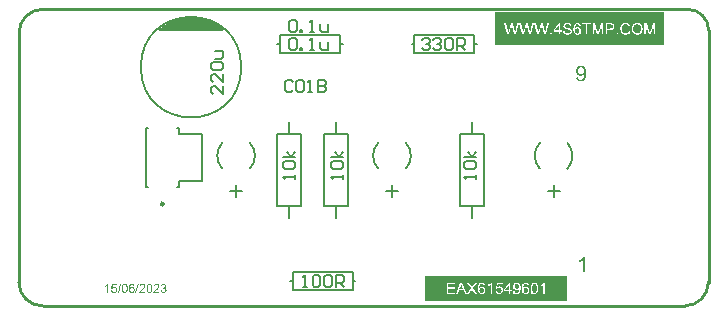
<source format=gbr>
%TF.GenerationSoftware,Altium Limited,Altium Designer,20.0.10 (225)*%
G04 Layer_Color=65535*
%FSLAX26Y26*%
%MOIN*%
%TF.FileFunction,Legend,Top*%
%TF.Part,Single*%
G01*
G75*
%TA.AperFunction,NonConductor*%
%ADD23C,0.005906*%
%ADD33C,0.009842*%
%ADD34C,0.007874*%
%ADD35C,0.010000*%
G36*
X4532450Y4124227D02*
X4526124D01*
Y4164370D01*
X4526046Y4164292D01*
X4525734Y4163980D01*
X4525187Y4163589D01*
X4524484Y4163043D01*
X4523625Y4162340D01*
X4522609Y4161637D01*
X4521438Y4160778D01*
X4520110Y4159997D01*
X4520032D01*
X4519954Y4159919D01*
X4519485Y4159606D01*
X4518783Y4159216D01*
X4517923Y4158747D01*
X4516908Y4158200D01*
X4515815Y4157732D01*
X4514643Y4157185D01*
X4513550Y4156717D01*
Y4162886D01*
X4513628D01*
X4513784Y4162965D01*
X4514097Y4163121D01*
X4514409Y4163355D01*
X4514878Y4163589D01*
X4515424Y4163824D01*
X4516674Y4164527D01*
X4518080Y4165386D01*
X4519642Y4166401D01*
X4521204Y4167573D01*
X4522688Y4168822D01*
X4522766Y4168900D01*
X4522844Y4168978D01*
X4523312Y4169447D01*
X4524015Y4170150D01*
X4524874Y4171009D01*
X4525812Y4172102D01*
X4526749Y4173274D01*
X4527608Y4174523D01*
X4528311Y4175773D01*
X4532450D01*
Y4124227D01*
D02*
G37*
G36*
X4796787Y4880482D02*
X4233213D01*
Y4989518D01*
X4796787D01*
Y4880482D01*
D02*
G37*
G36*
X4471609Y4028798D02*
X3998391D01*
Y4111203D01*
X4471609D01*
Y4028798D01*
D02*
G37*
G36*
X4519078Y4812124D02*
X4519469D01*
X4520015Y4812046D01*
X4521265Y4811890D01*
X4522671Y4811500D01*
X4524155Y4811031D01*
X4525795Y4810406D01*
X4527357Y4809469D01*
X4527435D01*
X4527513Y4809313D01*
X4527747Y4809157D01*
X4528060Y4809001D01*
X4528762Y4808376D01*
X4529700Y4807517D01*
X4530715Y4806345D01*
X4531808Y4805096D01*
X4532824Y4803533D01*
X4533683Y4801737D01*
Y4801659D01*
X4533761Y4801503D01*
X4533917Y4801190D01*
X4533995Y4800800D01*
X4534230Y4800331D01*
X4534386Y4799707D01*
X4534542Y4798926D01*
X4534776Y4798066D01*
X4535011Y4797129D01*
X4535167Y4796036D01*
X4535401Y4794864D01*
X4535557Y4793615D01*
X4535635Y4792209D01*
X4535792Y4790725D01*
X4535870Y4789085D01*
Y4787367D01*
Y4787289D01*
Y4786898D01*
Y4786430D01*
Y4785727D01*
X4535792Y4784946D01*
Y4783930D01*
X4535713Y4782915D01*
X4535635Y4781744D01*
X4535323Y4779244D01*
X4534932Y4776589D01*
X4534386Y4774012D01*
X4534073Y4772840D01*
X4533683Y4771669D01*
Y4771591D01*
X4533605Y4771434D01*
X4533449Y4771122D01*
X4533292Y4770731D01*
X4533058Y4770185D01*
X4532824Y4769638D01*
X4532121Y4768389D01*
X4531184Y4766905D01*
X4530090Y4765421D01*
X4528841Y4764015D01*
X4527357Y4762765D01*
X4527279D01*
X4527200Y4762609D01*
X4526966Y4762531D01*
X4526576Y4762297D01*
X4526185Y4762062D01*
X4525717Y4761828D01*
X4524545Y4761281D01*
X4523061Y4760735D01*
X4521421Y4760266D01*
X4519469Y4759954D01*
X4517438Y4759797D01*
X4516891D01*
X4516423Y4759876D01*
X4515954D01*
X4515329Y4759954D01*
X4513923Y4760188D01*
X4512361Y4760578D01*
X4510721Y4761203D01*
X4509159Y4761984D01*
X4507597Y4763078D01*
X4507519Y4763156D01*
X4507441Y4763234D01*
X4506973Y4763703D01*
X4506348Y4764484D01*
X4505567Y4765499D01*
X4504786Y4766827D01*
X4504083Y4768467D01*
X4503458Y4770341D01*
X4503068Y4772528D01*
X4509081Y4772996D01*
Y4772918D01*
Y4772840D01*
X4509159Y4772606D01*
X4509238Y4772293D01*
X4509394Y4771512D01*
X4509706Y4770653D01*
X4510097Y4769638D01*
X4510565Y4768623D01*
X4511190Y4767608D01*
X4511971Y4766827D01*
X4512049Y4766748D01*
X4512361Y4766514D01*
X4512830Y4766202D01*
X4513533Y4765889D01*
X4514314Y4765577D01*
X4515251Y4765265D01*
X4516345Y4765030D01*
X4517594Y4764952D01*
X4518063D01*
X4518609Y4765030D01*
X4519312Y4765108D01*
X4520093Y4765265D01*
X4520953Y4765499D01*
X4521812Y4765811D01*
X4522671Y4766280D01*
X4522749Y4766358D01*
X4523061Y4766514D01*
X4523452Y4766827D01*
X4523920Y4767217D01*
X4524545Y4767686D01*
X4525092Y4768310D01*
X4525717Y4769013D01*
X4526263Y4769794D01*
X4526341Y4769872D01*
X4526498Y4770185D01*
X4526732Y4770731D01*
X4527122Y4771434D01*
X4527435Y4772293D01*
X4527825Y4773309D01*
X4528216Y4774480D01*
X4528606Y4775808D01*
Y4775886D01*
X4528684Y4775964D01*
Y4776199D01*
X4528762Y4776433D01*
X4528919Y4777214D01*
X4529075Y4778229D01*
X4529231Y4779401D01*
X4529387Y4780650D01*
X4529543Y4782056D01*
Y4783540D01*
Y4783618D01*
Y4783852D01*
Y4784243D01*
Y4784789D01*
X4529465Y4784633D01*
X4529153Y4784321D01*
X4528762Y4783696D01*
X4528138Y4783071D01*
X4527435Y4782290D01*
X4526498Y4781431D01*
X4525482Y4780650D01*
X4524311Y4779869D01*
X4524155Y4779791D01*
X4523764Y4779557D01*
X4523061Y4779323D01*
X4522202Y4779010D01*
X4521187Y4778620D01*
X4520015Y4778385D01*
X4518688Y4778151D01*
X4517282Y4778073D01*
X4516657D01*
X4516188Y4778151D01*
X4515642Y4778229D01*
X4515017Y4778307D01*
X4513533Y4778620D01*
X4511815Y4779166D01*
X4510956Y4779557D01*
X4510019Y4780025D01*
X4509159Y4780572D01*
X4508222Y4781197D01*
X4507363Y4781900D01*
X4506504Y4782681D01*
X4506426Y4782759D01*
X4506348Y4782915D01*
X4506114Y4783149D01*
X4505801Y4783540D01*
X4505489Y4784008D01*
X4505098Y4784555D01*
X4504708Y4785180D01*
X4504317Y4785961D01*
X4503927Y4786742D01*
X4503536Y4787679D01*
X4503146Y4788694D01*
X4502833Y4789788D01*
X4502521Y4790959D01*
X4502287Y4792131D01*
X4502208Y4793459D01*
X4502130Y4794864D01*
Y4794943D01*
Y4795177D01*
Y4795645D01*
X4502208Y4796192D01*
X4502287Y4796817D01*
X4502365Y4797598D01*
X4502521Y4798457D01*
X4502677Y4799394D01*
X4503224Y4801347D01*
X4503614Y4802440D01*
X4504083Y4803455D01*
X4504551Y4804549D01*
X4505176Y4805564D01*
X4505879Y4806501D01*
X4506660Y4807439D01*
X4506738Y4807517D01*
X4506895Y4807673D01*
X4507129Y4807907D01*
X4507519Y4808220D01*
X4507910Y4808532D01*
X4508457Y4808922D01*
X4509081Y4809391D01*
X4509862Y4809860D01*
X4510643Y4810250D01*
X4511502Y4810719D01*
X4513455Y4811500D01*
X4514548Y4811734D01*
X4515720Y4811968D01*
X4516969Y4812124D01*
X4518219Y4812203D01*
X4518688D01*
X4519078Y4812124D01*
D02*
G37*
G36*
X3023198Y4085236D02*
X3023475D01*
X3023844Y4085190D01*
X3024674Y4085052D01*
X3025596Y4084775D01*
X3026564Y4084406D01*
X3027532Y4083945D01*
X3027993Y4083623D01*
X3028454Y4083254D01*
X3028500D01*
X3028546Y4083162D01*
X3028823Y4082885D01*
X3029191Y4082424D01*
X3029652Y4081825D01*
X3030160Y4081041D01*
X3030574Y4080119D01*
X3030989Y4079013D01*
X3031220Y4077768D01*
X3027532Y4077491D01*
Y4077537D01*
Y4077584D01*
X3027440Y4077860D01*
X3027301Y4078229D01*
X3027163Y4078690D01*
X3026702Y4079750D01*
X3026425Y4080211D01*
X3026103Y4080626D01*
X3026057Y4080718D01*
X3025826Y4080903D01*
X3025503Y4081133D01*
X3025088Y4081456D01*
X3024535Y4081733D01*
X3023890Y4082009D01*
X3023152Y4082193D01*
X3022369Y4082240D01*
X3022046D01*
X3021723Y4082193D01*
X3021308Y4082101D01*
X3020801Y4082009D01*
X3020248Y4081825D01*
X3019741Y4081548D01*
X3019188Y4081225D01*
X3019095Y4081179D01*
X3018911Y4080995D01*
X3018588Y4080672D01*
X3018220Y4080257D01*
X3017759Y4079750D01*
X3017298Y4079105D01*
X3016837Y4078321D01*
X3016422Y4077445D01*
Y4077399D01*
X3016376Y4077353D01*
X3016329Y4077169D01*
X3016283Y4076984D01*
X3016191Y4076754D01*
X3016099Y4076431D01*
X3016007Y4076062D01*
X3015915Y4075647D01*
X3015822Y4075186D01*
X3015730Y4074679D01*
X3015638Y4074080D01*
X3015546Y4073481D01*
X3015500Y4072789D01*
X3015454Y4072052D01*
X3015407Y4071268D01*
Y4070484D01*
X3015454Y4070530D01*
X3015638Y4070761D01*
X3015915Y4071130D01*
X3016329Y4071590D01*
X3016791Y4072098D01*
X3017344Y4072605D01*
X3017989Y4073066D01*
X3018681Y4073481D01*
X3018773Y4073527D01*
X3019003Y4073619D01*
X3019418Y4073803D01*
X3019925Y4073988D01*
X3020525Y4074172D01*
X3021216Y4074356D01*
X3021954Y4074449D01*
X3022737Y4074495D01*
X3023106D01*
X3023383Y4074449D01*
X3023706Y4074403D01*
X3024074Y4074356D01*
X3024950Y4074172D01*
X3025918Y4073803D01*
X3026472Y4073619D01*
X3026979Y4073342D01*
X3027532Y4073020D01*
X3028085Y4072651D01*
X3028592Y4072236D01*
X3029099Y4071729D01*
X3029145Y4071683D01*
X3029191Y4071590D01*
X3029330Y4071452D01*
X3029514Y4071222D01*
X3029698Y4070945D01*
X3029929Y4070622D01*
X3030160Y4070254D01*
X3030436Y4069839D01*
X3030667Y4069332D01*
X3030897Y4068825D01*
X3031128Y4068225D01*
X3031312Y4067626D01*
X3031496Y4066934D01*
X3031635Y4066243D01*
X3031681Y4065459D01*
X3031727Y4064675D01*
Y4064629D01*
Y4064537D01*
Y4064399D01*
Y4064215D01*
X3031681Y4063938D01*
Y4063661D01*
X3031589Y4062924D01*
X3031404Y4062140D01*
X3031220Y4061218D01*
X3030897Y4060296D01*
X3030482Y4059374D01*
Y4059328D01*
X3030436Y4059282D01*
X3030344Y4059144D01*
X3030252Y4058959D01*
X3029975Y4058544D01*
X3029606Y4057991D01*
X3029099Y4057392D01*
X3028500Y4056792D01*
X3027854Y4056193D01*
X3027071Y4055640D01*
X3026979Y4055594D01*
X3026702Y4055456D01*
X3026241Y4055225D01*
X3025688Y4054994D01*
X3024950Y4054764D01*
X3024120Y4054534D01*
X3023198Y4054395D01*
X3022230Y4054349D01*
X3022046D01*
X3021769Y4054395D01*
X3021447D01*
X3021078Y4054441D01*
X3020617Y4054534D01*
X3020110Y4054626D01*
X3019557Y4054764D01*
X3018957Y4054948D01*
X3018312Y4055179D01*
X3017713Y4055456D01*
X3017067Y4055778D01*
X3016422Y4056193D01*
X3015776Y4056654D01*
X3015177Y4057161D01*
X3014624Y4057760D01*
X3014578Y4057807D01*
X3014485Y4057945D01*
X3014347Y4058129D01*
X3014163Y4058406D01*
X3013932Y4058775D01*
X3013702Y4059236D01*
X3013425Y4059789D01*
X3013195Y4060434D01*
X3012918Y4061172D01*
X3012642Y4062002D01*
X3012411Y4062924D01*
X3012180Y4063938D01*
X3011996Y4065044D01*
X3011858Y4066289D01*
X3011766Y4067580D01*
X3011720Y4069009D01*
Y4069055D01*
Y4069101D01*
Y4069239D01*
Y4069378D01*
Y4069839D01*
X3011766Y4070438D01*
X3011812Y4071176D01*
X3011904Y4072005D01*
X3011996Y4072927D01*
X3012134Y4073896D01*
X3012273Y4074956D01*
X3012503Y4076016D01*
X3012780Y4077076D01*
X3013102Y4078091D01*
X3013471Y4079151D01*
X3013886Y4080073D01*
X3014393Y4080995D01*
X3014947Y4081779D01*
X3014993Y4081825D01*
X3015085Y4081917D01*
X3015223Y4082101D01*
X3015454Y4082332D01*
X3015776Y4082608D01*
X3016099Y4082885D01*
X3016514Y4083208D01*
X3016975Y4083530D01*
X3017482Y4083853D01*
X3018081Y4084176D01*
X3018681Y4084452D01*
X3019372Y4084729D01*
X3020110Y4084959D01*
X3020893Y4085144D01*
X3021723Y4085236D01*
X3022599Y4085282D01*
X3022922D01*
X3023198Y4085236D01*
D02*
G37*
G36*
X3128076Y4085236D02*
X3128675Y4085144D01*
X3129367Y4085006D01*
X3130150Y4084821D01*
X3130934Y4084545D01*
X3131718Y4084176D01*
X3131764D01*
X3131810Y4084130D01*
X3132087Y4083992D01*
X3132455Y4083761D01*
X3132916Y4083438D01*
X3133423Y4083023D01*
X3133977Y4082516D01*
X3134484Y4081917D01*
X3134945Y4081272D01*
X3134991Y4081179D01*
X3135129Y4080949D01*
X3135314Y4080580D01*
X3135498Y4080119D01*
X3135682Y4079520D01*
X3135867Y4078874D01*
X3136005Y4078183D01*
X3136051Y4077399D01*
Y4077307D01*
Y4077077D01*
X3136005Y4076708D01*
X3135913Y4076247D01*
X3135775Y4075693D01*
X3135590Y4075094D01*
X3135360Y4074449D01*
X3134991Y4073849D01*
X3134945Y4073757D01*
X3134807Y4073573D01*
X3134530Y4073296D01*
X3134207Y4072927D01*
X3133746Y4072513D01*
X3133239Y4072098D01*
X3132594Y4071637D01*
X3131856Y4071268D01*
X3131902D01*
X3131994Y4071222D01*
X3132133D01*
X3132317Y4071130D01*
X3132778Y4070991D01*
X3133377Y4070715D01*
X3134023Y4070392D01*
X3134714Y4069931D01*
X3135406Y4069378D01*
X3136005Y4068686D01*
X3136051Y4068594D01*
X3136236Y4068318D01*
X3136466Y4067903D01*
X3136789Y4067349D01*
X3137065Y4066658D01*
X3137296Y4065828D01*
X3137480Y4064860D01*
X3137526Y4063800D01*
Y4063754D01*
Y4063615D01*
Y4063431D01*
X3137480Y4063154D01*
X3137434Y4062785D01*
X3137388Y4062417D01*
X3137296Y4061956D01*
X3137158Y4061495D01*
X3136835Y4060434D01*
X3136604Y4059835D01*
X3136282Y4059282D01*
X3135959Y4058729D01*
X3135590Y4058175D01*
X3135129Y4057622D01*
X3134622Y4057069D01*
X3134576Y4057023D01*
X3134484Y4056931D01*
X3134345Y4056839D01*
X3134115Y4056654D01*
X3133838Y4056424D01*
X3133470Y4056193D01*
X3133055Y4055963D01*
X3132640Y4055732D01*
X3132133Y4055456D01*
X3131579Y4055225D01*
X3130980Y4054995D01*
X3130335Y4054764D01*
X3129643Y4054580D01*
X3128906Y4054488D01*
X3128122Y4054395D01*
X3127338Y4054349D01*
X3126970D01*
X3126693Y4054395D01*
X3126324Y4054441D01*
X3125955Y4054488D01*
X3125494Y4054534D01*
X3125033Y4054626D01*
X3123973Y4054902D01*
X3122867Y4055363D01*
X3122313Y4055594D01*
X3121806Y4055917D01*
X3121253Y4056285D01*
X3120746Y4056700D01*
X3120700Y4056746D01*
X3120654Y4056793D01*
X3120515Y4056931D01*
X3120331Y4057115D01*
X3120147Y4057392D01*
X3119916Y4057668D01*
X3119640Y4057991D01*
X3119409Y4058360D01*
X3118856Y4059282D01*
X3118395Y4060342D01*
X3117980Y4061541D01*
X3117842Y4062186D01*
X3117749Y4062878D01*
X3121484Y4063385D01*
Y4063339D01*
X3121530Y4063247D01*
Y4063062D01*
X3121622Y4062878D01*
X3121760Y4062325D01*
X3121991Y4061633D01*
X3122267Y4060895D01*
X3122636Y4060112D01*
X3123097Y4059420D01*
X3123604Y4058821D01*
X3123696Y4058775D01*
X3123881Y4058590D01*
X3124204Y4058406D01*
X3124664Y4058129D01*
X3125172Y4057899D01*
X3125817Y4057668D01*
X3126555Y4057484D01*
X3127338Y4057438D01*
X3127615D01*
X3127799Y4057484D01*
X3128260Y4057530D01*
X3128860Y4057668D01*
X3129597Y4057899D01*
X3130335Y4058175D01*
X3131072Y4058637D01*
X3131764Y4059236D01*
X3131856Y4059328D01*
X3132041Y4059559D01*
X3132317Y4059927D01*
X3132686Y4060481D01*
X3133009Y4061126D01*
X3133285Y4061910D01*
X3133470Y4062785D01*
X3133562Y4063754D01*
Y4063800D01*
Y4063846D01*
Y4063984D01*
X3133516Y4064169D01*
X3133470Y4064630D01*
X3133331Y4065229D01*
X3133147Y4065874D01*
X3132824Y4066612D01*
X3132409Y4067303D01*
X3131856Y4067949D01*
X3131764Y4068041D01*
X3131579Y4068225D01*
X3131211Y4068456D01*
X3130704Y4068778D01*
X3130104Y4069101D01*
X3129367Y4069332D01*
X3128583Y4069516D01*
X3127661Y4069608D01*
X3127246D01*
X3126923Y4069562D01*
X3126555Y4069516D01*
X3126094Y4069470D01*
X3125586Y4069378D01*
X3125033Y4069240D01*
X3125448Y4072513D01*
X3125679D01*
X3125863Y4072466D01*
X3126462D01*
X3126877Y4072513D01*
X3127477Y4072605D01*
X3128122Y4072743D01*
X3128814Y4072974D01*
X3129551Y4073250D01*
X3130289Y4073665D01*
X3130381Y4073711D01*
X3130611Y4073896D01*
X3130888Y4074218D01*
X3131257Y4074633D01*
X3131626Y4075140D01*
X3131902Y4075786D01*
X3132133Y4076569D01*
X3132225Y4077491D01*
Y4077537D01*
Y4077584D01*
Y4077814D01*
X3132133Y4078183D01*
X3132041Y4078690D01*
X3131902Y4079197D01*
X3131626Y4079750D01*
X3131303Y4080350D01*
X3130842Y4080857D01*
X3130796Y4080903D01*
X3130611Y4081087D01*
X3130289Y4081318D01*
X3129874Y4081548D01*
X3129367Y4081825D01*
X3128767Y4082009D01*
X3128076Y4082194D01*
X3127292Y4082240D01*
X3126923D01*
X3126508Y4082148D01*
X3126048Y4082055D01*
X3125448Y4081917D01*
X3124849Y4081640D01*
X3124250Y4081318D01*
X3123650Y4080857D01*
X3123604Y4080811D01*
X3123420Y4080626D01*
X3123189Y4080303D01*
X3122913Y4079843D01*
X3122590Y4079289D01*
X3122313Y4078598D01*
X3122037Y4077768D01*
X3121852Y4076800D01*
X3118118Y4077445D01*
Y4077491D01*
X3118164Y4077630D01*
X3118211Y4077814D01*
X3118257Y4078045D01*
X3118349Y4078367D01*
X3118441Y4078736D01*
X3118764Y4079566D01*
X3119133Y4080488D01*
X3119686Y4081456D01*
X3120331Y4082378D01*
X3121161Y4083208D01*
X3121207Y4083254D01*
X3121253Y4083300D01*
X3121391Y4083392D01*
X3121622Y4083530D01*
X3121852Y4083669D01*
X3122129Y4083853D01*
X3122820Y4084268D01*
X3123696Y4084637D01*
X3124757Y4084960D01*
X3125909Y4085190D01*
X3126555Y4085282D01*
X3127615D01*
X3128076Y4085236D01*
D02*
G37*
G36*
X2971751Y4081133D02*
X2959673D01*
X2958013Y4072974D01*
X2958059Y4073020D01*
X2958151Y4073066D01*
X2958290Y4073158D01*
X2958474Y4073296D01*
X2958751Y4073434D01*
X2959027Y4073573D01*
X2959765Y4073942D01*
X2960595Y4074310D01*
X2961563Y4074587D01*
X2962623Y4074818D01*
X2963729Y4074910D01*
X2964098D01*
X2964375Y4074864D01*
X2964744Y4074818D01*
X2965112Y4074771D01*
X2965573Y4074679D01*
X2966034Y4074587D01*
X2967095Y4074218D01*
X2967648Y4074034D01*
X2968201Y4073757D01*
X2968800Y4073434D01*
X2969354Y4073066D01*
X2969907Y4072651D01*
X2970414Y4072144D01*
X2970460Y4072098D01*
X2970552Y4072005D01*
X2970691Y4071867D01*
X2970829Y4071637D01*
X2971059Y4071360D01*
X2971290Y4071037D01*
X2971520Y4070669D01*
X2971797Y4070254D01*
X2972073Y4069747D01*
X2972304Y4069239D01*
X2972535Y4068640D01*
X2972765Y4068041D01*
X2972903Y4067349D01*
X2973042Y4066658D01*
X2973134Y4065874D01*
X2973180Y4065090D01*
Y4065044D01*
Y4064906D01*
Y4064675D01*
X2973134Y4064399D01*
X2973088Y4064030D01*
X2973042Y4063615D01*
X2972995Y4063154D01*
X2972903Y4062647D01*
X2972581Y4061541D01*
X2972166Y4060388D01*
X2971889Y4059743D01*
X2971566Y4059144D01*
X2971198Y4058544D01*
X2970783Y4057991D01*
X2970737Y4057945D01*
X2970644Y4057853D01*
X2970460Y4057668D01*
X2970229Y4057438D01*
X2969953Y4057161D01*
X2969584Y4056838D01*
X2969169Y4056516D01*
X2968662Y4056193D01*
X2968155Y4055824D01*
X2967556Y4055502D01*
X2966864Y4055179D01*
X2966173Y4054902D01*
X2965389Y4054672D01*
X2964605Y4054487D01*
X2963729Y4054395D01*
X2962807Y4054349D01*
X2962392D01*
X2962116Y4054395D01*
X2961793Y4054441D01*
X2961378Y4054487D01*
X2960917Y4054534D01*
X2960410Y4054626D01*
X2959350Y4054902D01*
X2958244Y4055317D01*
X2957690Y4055594D01*
X2957137Y4055916D01*
X2956584Y4056239D01*
X2956077Y4056654D01*
X2956031Y4056700D01*
X2955985Y4056746D01*
X2955846Y4056885D01*
X2955662Y4057069D01*
X2955477Y4057300D01*
X2955247Y4057576D01*
X2955017Y4057899D01*
X2954740Y4058268D01*
X2954233Y4059144D01*
X2953726Y4060204D01*
X2953357Y4061402D01*
X2953219Y4062094D01*
X2953126Y4062785D01*
X2957045Y4063062D01*
Y4063016D01*
Y4062924D01*
X2957091Y4062785D01*
X2957137Y4062601D01*
X2957275Y4062094D01*
X2957460Y4061448D01*
X2957690Y4060757D01*
X2958059Y4060066D01*
X2958474Y4059374D01*
X2959027Y4058775D01*
X2959119Y4058729D01*
X2959304Y4058544D01*
X2959626Y4058360D01*
X2960088Y4058083D01*
X2960641Y4057853D01*
X2961286Y4057622D01*
X2962024Y4057438D01*
X2962807Y4057392D01*
X2963084D01*
X2963268Y4057438D01*
X2963776Y4057484D01*
X2964421Y4057622D01*
X2965112Y4057899D01*
X2965896Y4058222D01*
X2966634Y4058729D01*
X2967003Y4059005D01*
X2967371Y4059374D01*
Y4059420D01*
X2967463Y4059466D01*
X2967648Y4059743D01*
X2967971Y4060204D01*
X2968293Y4060803D01*
X2968616Y4061587D01*
X2968939Y4062509D01*
X2969123Y4063569D01*
X2969215Y4064768D01*
Y4064814D01*
Y4064906D01*
Y4065090D01*
X2969169Y4065275D01*
Y4065551D01*
X2969123Y4065874D01*
X2968985Y4066612D01*
X2968800Y4067395D01*
X2968478Y4068225D01*
X2968017Y4069055D01*
X2967417Y4069793D01*
X2967325Y4069885D01*
X2967095Y4070069D01*
X2966726Y4070392D01*
X2966173Y4070715D01*
X2965527Y4071037D01*
X2964698Y4071360D01*
X2963776Y4071544D01*
X2962761Y4071637D01*
X2962439D01*
X2962116Y4071590D01*
X2961655Y4071544D01*
X2961148Y4071406D01*
X2960595Y4071268D01*
X2960041Y4071037D01*
X2959488Y4070761D01*
X2959442Y4070715D01*
X2959258Y4070622D01*
X2958981Y4070438D01*
X2958658Y4070207D01*
X2958336Y4069885D01*
X2957967Y4069516D01*
X2957598Y4069101D01*
X2957275Y4068640D01*
X2953772Y4069147D01*
X2956722Y4084683D01*
X2971751D01*
Y4081133D01*
D02*
G37*
G36*
X3104934Y4085236D02*
X3105302Y4085190D01*
X3105717Y4085144D01*
X3106178Y4085098D01*
X3106686Y4084960D01*
X3107792Y4084683D01*
X3108944Y4084268D01*
X3109544Y4083992D01*
X3110097Y4083669D01*
X3110604Y4083254D01*
X3111111Y4082839D01*
X3111157Y4082793D01*
X3111203Y4082747D01*
X3111342Y4082608D01*
X3111526Y4082424D01*
X3111710Y4082148D01*
X3111941Y4081871D01*
X3112402Y4081179D01*
X3112863Y4080303D01*
X3113278Y4079289D01*
X3113601Y4078137D01*
X3113647Y4077491D01*
X3113693Y4076846D01*
Y4076754D01*
Y4076523D01*
X3113647Y4076155D01*
X3113601Y4075693D01*
X3113508Y4075140D01*
X3113370Y4074541D01*
X3113186Y4073896D01*
X3112909Y4073250D01*
X3112863Y4073158D01*
X3112771Y4072927D01*
X3112586Y4072605D01*
X3112310Y4072144D01*
X3111987Y4071591D01*
X3111572Y4070945D01*
X3111019Y4070300D01*
X3110420Y4069562D01*
X3110327Y4069470D01*
X3110097Y4069193D01*
X3109682Y4068778D01*
X3109405Y4068502D01*
X3109083Y4068179D01*
X3108714Y4067810D01*
X3108253Y4067396D01*
X3107792Y4066981D01*
X3107285Y4066474D01*
X3106732Y4065966D01*
X3106086Y4065413D01*
X3105441Y4064860D01*
X3104703Y4064215D01*
X3104657Y4064169D01*
X3104565Y4064076D01*
X3104381Y4063938D01*
X3104150Y4063754D01*
X3103597Y4063293D01*
X3102905Y4062693D01*
X3102214Y4062048D01*
X3101476Y4061403D01*
X3100877Y4060849D01*
X3100646Y4060619D01*
X3100416Y4060388D01*
X3100370Y4060342D01*
X3100278Y4060204D01*
X3100093Y4060019D01*
X3099863Y4059743D01*
X3099356Y4059144D01*
X3098849Y4058406D01*
X3113739D01*
Y4054856D01*
X3093685D01*
Y4054902D01*
Y4055087D01*
Y4055363D01*
X3093731Y4055686D01*
X3093778Y4056055D01*
X3093824Y4056470D01*
X3093962Y4056931D01*
X3094100Y4057392D01*
Y4057438D01*
X3094146Y4057484D01*
X3094238Y4057761D01*
X3094423Y4058129D01*
X3094700Y4058683D01*
X3095022Y4059282D01*
X3095483Y4059973D01*
X3095944Y4060665D01*
X3096544Y4061403D01*
Y4061449D01*
X3096636Y4061495D01*
X3096866Y4061771D01*
X3097235Y4062186D01*
X3097788Y4062739D01*
X3098480Y4063385D01*
X3099309Y4064169D01*
X3100324Y4065044D01*
X3101430Y4066012D01*
X3101476Y4066059D01*
X3101661Y4066197D01*
X3101891Y4066381D01*
X3102214Y4066704D01*
X3102629Y4067027D01*
X3103090Y4067442D01*
X3104104Y4068318D01*
X3105210Y4069378D01*
X3106317Y4070438D01*
X3106870Y4070945D01*
X3107331Y4071452D01*
X3107746Y4071959D01*
X3108115Y4072420D01*
Y4072466D01*
X3108207Y4072513D01*
X3108299Y4072651D01*
X3108391Y4072835D01*
X3108668Y4073296D01*
X3108990Y4073896D01*
X3109313Y4074587D01*
X3109590Y4075325D01*
X3109774Y4076155D01*
X3109866Y4076938D01*
Y4076984D01*
Y4077030D01*
X3109820Y4077307D01*
X3109774Y4077722D01*
X3109682Y4078229D01*
X3109452Y4078828D01*
X3109175Y4079428D01*
X3108806Y4080073D01*
X3108253Y4080672D01*
X3108161Y4080718D01*
X3107976Y4080903D01*
X3107608Y4081133D01*
X3107146Y4081456D01*
X3106547Y4081733D01*
X3105856Y4081963D01*
X3105026Y4082148D01*
X3104104Y4082194D01*
X3103827D01*
X3103643Y4082148D01*
X3103182Y4082101D01*
X3102583Y4082009D01*
X3101891Y4081779D01*
X3101153Y4081502D01*
X3100462Y4081087D01*
X3099817Y4080534D01*
X3099771Y4080442D01*
X3099586Y4080257D01*
X3099309Y4079889D01*
X3099033Y4079381D01*
X3098710Y4078736D01*
X3098480Y4077999D01*
X3098295Y4077123D01*
X3098203Y4076108D01*
X3094377Y4076523D01*
Y4076569D01*
Y4076708D01*
X3094423Y4076938D01*
X3094469Y4077215D01*
X3094561Y4077584D01*
X3094607Y4077999D01*
X3094884Y4078921D01*
X3095253Y4079981D01*
X3095760Y4081041D01*
X3096451Y4082101D01*
X3096820Y4082562D01*
X3097281Y4083023D01*
X3097327Y4083070D01*
X3097419Y4083116D01*
X3097558Y4083254D01*
X3097742Y4083392D01*
X3098019Y4083530D01*
X3098341Y4083761D01*
X3098710Y4083945D01*
X3099125Y4084176D01*
X3099586Y4084360D01*
X3100093Y4084591D01*
X3100693Y4084775D01*
X3101292Y4084914D01*
X3102675Y4085190D01*
X3103412Y4085236D01*
X3104196Y4085282D01*
X3104611D01*
X3104934Y4085236D01*
D02*
G37*
G36*
X3057912Y4085236D02*
X3058280Y4085190D01*
X3058695Y4085144D01*
X3059156Y4085098D01*
X3059664Y4084959D01*
X3060770Y4084683D01*
X3061922Y4084268D01*
X3062522Y4083991D01*
X3063075Y4083669D01*
X3063582Y4083254D01*
X3064089Y4082839D01*
X3064135Y4082793D01*
X3064181Y4082747D01*
X3064320Y4082608D01*
X3064504Y4082424D01*
X3064688Y4082147D01*
X3064919Y4081871D01*
X3065380Y4081179D01*
X3065841Y4080303D01*
X3066256Y4079289D01*
X3066579Y4078137D01*
X3066625Y4077491D01*
X3066671Y4076846D01*
Y4076754D01*
Y4076523D01*
X3066625Y4076154D01*
X3066579Y4075693D01*
X3066486Y4075140D01*
X3066348Y4074541D01*
X3066164Y4073896D01*
X3065887Y4073250D01*
X3065841Y4073158D01*
X3065749Y4072927D01*
X3065564Y4072605D01*
X3065288Y4072144D01*
X3064965Y4071590D01*
X3064550Y4070945D01*
X3063997Y4070300D01*
X3063398Y4069562D01*
X3063305Y4069470D01*
X3063075Y4069193D01*
X3062660Y4068778D01*
X3062383Y4068502D01*
X3062061Y4068179D01*
X3061692Y4067810D01*
X3061231Y4067395D01*
X3060770Y4066981D01*
X3060263Y4066473D01*
X3059710Y4065966D01*
X3059064Y4065413D01*
X3058419Y4064860D01*
X3057681Y4064215D01*
X3057635Y4064168D01*
X3057543Y4064076D01*
X3057358Y4063938D01*
X3057128Y4063753D01*
X3056575Y4063293D01*
X3055883Y4062693D01*
X3055192Y4062048D01*
X3054454Y4061402D01*
X3053855Y4060849D01*
X3053624Y4060619D01*
X3053394Y4060388D01*
X3053348Y4060342D01*
X3053256Y4060204D01*
X3053071Y4060019D01*
X3052841Y4059743D01*
X3052334Y4059144D01*
X3051827Y4058406D01*
X3066717D01*
Y4054856D01*
X3046663D01*
Y4054902D01*
Y4055087D01*
Y4055363D01*
X3046709Y4055686D01*
X3046756Y4056055D01*
X3046802Y4056470D01*
X3046940Y4056931D01*
X3047078Y4057392D01*
Y4057438D01*
X3047124Y4057484D01*
X3047216Y4057760D01*
X3047401Y4058129D01*
X3047677Y4058682D01*
X3048000Y4059282D01*
X3048461Y4059973D01*
X3048922Y4060665D01*
X3049521Y4061402D01*
Y4061448D01*
X3049614Y4061495D01*
X3049844Y4061771D01*
X3050213Y4062186D01*
X3050766Y4062739D01*
X3051458Y4063385D01*
X3052287Y4064168D01*
X3053302Y4065044D01*
X3054408Y4066012D01*
X3054454Y4066059D01*
X3054639Y4066197D01*
X3054869Y4066381D01*
X3055192Y4066704D01*
X3055607Y4067027D01*
X3056068Y4067441D01*
X3057082Y4068317D01*
X3058188Y4069378D01*
X3059295Y4070438D01*
X3059848Y4070945D01*
X3060309Y4071452D01*
X3060724Y4071959D01*
X3061093Y4072420D01*
Y4072466D01*
X3061185Y4072512D01*
X3061277Y4072651D01*
X3061369Y4072835D01*
X3061646Y4073296D01*
X3061968Y4073896D01*
X3062291Y4074587D01*
X3062568Y4075325D01*
X3062752Y4076154D01*
X3062844Y4076938D01*
Y4076984D01*
Y4077030D01*
X3062798Y4077307D01*
X3062752Y4077722D01*
X3062660Y4078229D01*
X3062430Y4078828D01*
X3062153Y4079427D01*
X3061784Y4080073D01*
X3061231Y4080672D01*
X3061139Y4080718D01*
X3060954Y4080903D01*
X3060586Y4081133D01*
X3060124Y4081456D01*
X3059525Y4081733D01*
X3058834Y4081963D01*
X3058004Y4082147D01*
X3057082Y4082193D01*
X3056805D01*
X3056621Y4082147D01*
X3056160Y4082101D01*
X3055561Y4082009D01*
X3054869Y4081779D01*
X3054131Y4081502D01*
X3053440Y4081087D01*
X3052795Y4080534D01*
X3052749Y4080442D01*
X3052564Y4080257D01*
X3052287Y4079889D01*
X3052011Y4079381D01*
X3051688Y4078736D01*
X3051458Y4077998D01*
X3051273Y4077122D01*
X3051181Y4076108D01*
X3047355Y4076523D01*
Y4076569D01*
Y4076708D01*
X3047401Y4076938D01*
X3047447Y4077215D01*
X3047539Y4077584D01*
X3047585Y4077998D01*
X3047862Y4078920D01*
X3048231Y4079981D01*
X3048738Y4081041D01*
X3049429Y4082101D01*
X3049798Y4082562D01*
X3050259Y4083023D01*
X3050305Y4083069D01*
X3050397Y4083115D01*
X3050536Y4083254D01*
X3050720Y4083392D01*
X3050997Y4083530D01*
X3051319Y4083761D01*
X3051688Y4083945D01*
X3052103Y4084176D01*
X3052564Y4084360D01*
X3053071Y4084591D01*
X3053671Y4084775D01*
X3054270Y4084913D01*
X3055653Y4085190D01*
X3056390Y4085236D01*
X3057174Y4085282D01*
X3057589D01*
X3057912Y4085236D01*
D02*
G37*
G36*
X2943630Y4054856D02*
X2939896D01*
Y4078552D01*
X2939850Y4078506D01*
X2939665Y4078321D01*
X2939343Y4078091D01*
X2938928Y4077768D01*
X2938421Y4077353D01*
X2937821Y4076938D01*
X2937130Y4076431D01*
X2936346Y4075970D01*
X2936300D01*
X2936254Y4075924D01*
X2935977Y4075740D01*
X2935562Y4075509D01*
X2935055Y4075232D01*
X2934456Y4074910D01*
X2933811Y4074633D01*
X2933119Y4074310D01*
X2932474Y4074034D01*
Y4077676D01*
X2932520D01*
X2932612Y4077722D01*
X2932796Y4077814D01*
X2932981Y4077952D01*
X2933257Y4078091D01*
X2933580Y4078229D01*
X2934318Y4078644D01*
X2935147Y4079151D01*
X2936069Y4079750D01*
X2936991Y4080442D01*
X2937867Y4081179D01*
X2937913Y4081225D01*
X2937959Y4081271D01*
X2938236Y4081548D01*
X2938651Y4081963D01*
X2939158Y4082470D01*
X2939711Y4083115D01*
X2940265Y4083807D01*
X2940772Y4084545D01*
X2941186Y4085282D01*
X2943630D01*
Y4054856D01*
D02*
G37*
G36*
X3081423Y4085236D02*
X3081976Y4085144D01*
X3082621Y4085052D01*
X3083359Y4084867D01*
X3084097Y4084591D01*
X3084788Y4084268D01*
X3084880Y4084222D01*
X3085111Y4084084D01*
X3085433Y4083853D01*
X3085894Y4083577D01*
X3086355Y4083162D01*
X3086863Y4082655D01*
X3087370Y4082101D01*
X3087831Y4081456D01*
X3087877Y4081364D01*
X3088015Y4081133D01*
X3088245Y4080718D01*
X3088522Y4080211D01*
X3088799Y4079566D01*
X3089121Y4078782D01*
X3089444Y4077906D01*
X3089721Y4076938D01*
Y4076892D01*
X3089767Y4076800D01*
Y4076662D01*
X3089813Y4076431D01*
X3089905Y4076201D01*
X3089951Y4075878D01*
X3089997Y4075463D01*
X3090090Y4075048D01*
X3090136Y4074541D01*
X3090182Y4074034D01*
X3090274Y4073435D01*
X3090320Y4072789D01*
X3090366Y4072098D01*
Y4071406D01*
X3090412Y4069793D01*
Y4069747D01*
Y4069562D01*
Y4069286D01*
Y4068917D01*
X3090366Y4068456D01*
Y4067949D01*
X3090320Y4067349D01*
X3090274Y4066704D01*
X3090136Y4065321D01*
X3089951Y4063892D01*
X3089675Y4062463D01*
X3089490Y4061817D01*
X3089306Y4061172D01*
Y4061126D01*
X3089260Y4061034D01*
X3089214Y4060849D01*
X3089121Y4060619D01*
X3088983Y4060342D01*
X3088845Y4060066D01*
X3088476Y4059328D01*
X3088015Y4058498D01*
X3087462Y4057668D01*
X3086816Y4056839D01*
X3086033Y4056101D01*
X3085987D01*
X3085941Y4056009D01*
X3085802Y4055963D01*
X3085664Y4055824D01*
X3085157Y4055548D01*
X3084557Y4055225D01*
X3083728Y4054902D01*
X3082806Y4054626D01*
X3081745Y4054441D01*
X3080547Y4054349D01*
X3080132D01*
X3079809Y4054395D01*
X3079440Y4054441D01*
X3079026Y4054534D01*
X3078564Y4054626D01*
X3078057Y4054718D01*
X3076951Y4055087D01*
X3076352Y4055363D01*
X3075798Y4055640D01*
X3075199Y4056009D01*
X3074646Y4056424D01*
X3074139Y4056885D01*
X3073632Y4057438D01*
X3073586Y4057484D01*
X3073494Y4057622D01*
X3073355Y4057853D01*
X3073171Y4058175D01*
X3072940Y4058590D01*
X3072710Y4059097D01*
X3072433Y4059697D01*
X3072157Y4060434D01*
X3071880Y4061218D01*
X3071603Y4062140D01*
X3071373Y4063154D01*
X3071142Y4064261D01*
X3070958Y4065505D01*
X3070820Y4066796D01*
X3070727Y4068271D01*
X3070681Y4069793D01*
Y4069839D01*
Y4070023D01*
Y4070300D01*
Y4070669D01*
X3070727Y4071130D01*
Y4071637D01*
X3070774Y4072236D01*
X3070820Y4072881D01*
X3070958Y4074264D01*
X3071142Y4075693D01*
X3071373Y4077122D01*
X3071557Y4077768D01*
X3071742Y4078413D01*
Y4078459D01*
X3071788Y4078552D01*
X3071880Y4078736D01*
X3071972Y4078967D01*
X3072064Y4079243D01*
X3072203Y4079566D01*
X3072572Y4080303D01*
X3073032Y4081133D01*
X3073586Y4081963D01*
X3074231Y4082747D01*
X3075015Y4083484D01*
X3075061D01*
X3075107Y4083577D01*
X3075245Y4083669D01*
X3075430Y4083761D01*
X3075891Y4084038D01*
X3076536Y4084406D01*
X3077320Y4084729D01*
X3078288Y4085006D01*
X3079348Y4085190D01*
X3080547Y4085282D01*
X3080962D01*
X3081423Y4085236D01*
D02*
G37*
G36*
X3036613Y4054349D02*
X3033663D01*
X3042422Y4085651D01*
X3045372D01*
X3036613Y4054349D01*
D02*
G37*
G36*
X2999134Y4085236D02*
X2999687Y4085144D01*
X3000333Y4085052D01*
X3001070Y4084867D01*
X3001808Y4084591D01*
X3002499Y4084268D01*
X3002592Y4084222D01*
X3002822Y4084084D01*
X3003145Y4083853D01*
X3003606Y4083577D01*
X3004067Y4083162D01*
X3004574Y4082655D01*
X3005081Y4082101D01*
X3005542Y4081456D01*
X3005588Y4081364D01*
X3005727Y4081133D01*
X3005957Y4080718D01*
X3006234Y4080211D01*
X3006510Y4079566D01*
X3006833Y4078782D01*
X3007156Y4077906D01*
X3007432Y4076938D01*
Y4076892D01*
X3007478Y4076800D01*
Y4076662D01*
X3007524Y4076431D01*
X3007617Y4076200D01*
X3007663Y4075878D01*
X3007709Y4075463D01*
X3007801Y4075048D01*
X3007847Y4074541D01*
X3007893Y4074034D01*
X3007985Y4073434D01*
X3008032Y4072789D01*
X3008078Y4072098D01*
Y4071406D01*
X3008124Y4069793D01*
Y4069747D01*
Y4069562D01*
Y4069285D01*
Y4068917D01*
X3008078Y4068456D01*
Y4067949D01*
X3008032Y4067349D01*
X3007985Y4066704D01*
X3007847Y4065321D01*
X3007663Y4063892D01*
X3007386Y4062463D01*
X3007202Y4061817D01*
X3007017Y4061172D01*
Y4061126D01*
X3006971Y4061034D01*
X3006925Y4060849D01*
X3006833Y4060619D01*
X3006695Y4060342D01*
X3006556Y4060066D01*
X3006188Y4059328D01*
X3005727Y4058498D01*
X3005173Y4057668D01*
X3004528Y4056838D01*
X3003744Y4056101D01*
X3003698D01*
X3003652Y4056009D01*
X3003514Y4055963D01*
X3003375Y4055824D01*
X3002868Y4055548D01*
X3002269Y4055225D01*
X3001439Y4054902D01*
X3000517Y4054626D01*
X2999457Y4054441D01*
X2998258Y4054349D01*
X2997843D01*
X2997521Y4054395D01*
X2997152Y4054441D01*
X2996737Y4054534D01*
X2996276Y4054626D01*
X2995769Y4054718D01*
X2994662Y4055087D01*
X2994063Y4055363D01*
X2993510Y4055640D01*
X2992911Y4056009D01*
X2992358Y4056424D01*
X2991850Y4056885D01*
X2991343Y4057438D01*
X2991297Y4057484D01*
X2991205Y4057622D01*
X2991067Y4057853D01*
X2990882Y4058175D01*
X2990652Y4058590D01*
X2990421Y4059097D01*
X2990145Y4059697D01*
X2989868Y4060434D01*
X2989591Y4061218D01*
X2989315Y4062140D01*
X2989084Y4063154D01*
X2988854Y4064261D01*
X2988669Y4065505D01*
X2988531Y4066796D01*
X2988439Y4068271D01*
X2988393Y4069793D01*
Y4069839D01*
Y4070023D01*
Y4070300D01*
Y4070669D01*
X2988439Y4071130D01*
Y4071637D01*
X2988485Y4072236D01*
X2988531Y4072881D01*
X2988669Y4074264D01*
X2988854Y4075693D01*
X2989084Y4077122D01*
X2989269Y4077768D01*
X2989453Y4078413D01*
Y4078459D01*
X2989499Y4078552D01*
X2989591Y4078736D01*
X2989684Y4078966D01*
X2989776Y4079243D01*
X2989914Y4079566D01*
X2990283Y4080303D01*
X2990744Y4081133D01*
X2991297Y4081963D01*
X2991943Y4082747D01*
X2992726Y4083484D01*
X2992772D01*
X2992818Y4083577D01*
X2992957Y4083669D01*
X2993141Y4083761D01*
X2993602Y4084037D01*
X2994248Y4084406D01*
X2995031Y4084729D01*
X2995999Y4085006D01*
X2997060Y4085190D01*
X2998258Y4085282D01*
X2998673D01*
X2999134Y4085236D01*
D02*
G37*
G36*
X2977836Y4054349D02*
X2974886D01*
X2983645Y4085651D01*
X2986595D01*
X2977836Y4054349D01*
D02*
G37*
%LPC*%
G36*
X4488994Y4954555D02*
X4458926D01*
X4473614D01*
X4472232Y4954498D01*
X4470907Y4954325D01*
X4469755Y4954152D01*
X4468718Y4953922D01*
X4467912Y4953634D01*
X4467566Y4953518D01*
X4467278Y4953461D01*
X4466990Y4953346D01*
X4466818Y4953288D01*
X4466760Y4953230D01*
X4466702D01*
X4465608Y4952712D01*
X4464629Y4952078D01*
X4463822Y4951445D01*
X4463189Y4950869D01*
X4462670Y4950293D01*
X4462267Y4949832D01*
X4462037Y4949544D01*
X4461979Y4949486D01*
Y4949429D01*
X4461461Y4948507D01*
X4461058Y4947528D01*
X4460770Y4946664D01*
X4460597Y4945800D01*
X4460482Y4945109D01*
X4460366Y4944590D01*
Y4944360D01*
Y4944187D01*
Y4944130D01*
Y4944072D01*
X4460424Y4943150D01*
X4460597Y4942229D01*
X4460770Y4941422D01*
X4461058Y4940731D01*
X4461288Y4940155D01*
X4461461Y4939752D01*
X4461634Y4939464D01*
X4461691Y4939349D01*
X4462267Y4938600D01*
X4462901Y4937909D01*
X4463534Y4937333D01*
X4464226Y4936814D01*
X4464802Y4936411D01*
X4465262Y4936123D01*
X4465608Y4935893D01*
X4465666Y4935835D01*
X4465723D01*
X4466126Y4935605D01*
X4466645Y4935432D01*
X4467739Y4935029D01*
X4468949Y4934626D01*
X4470158Y4934222D01*
X4471253Y4933934D01*
X4471714Y4933819D01*
X4472117Y4933704D01*
X4472462Y4933589D01*
X4472750Y4933531D01*
X4472923Y4933474D01*
X4472981D01*
X4473902Y4933243D01*
X4474766Y4933013D01*
X4475573Y4932840D01*
X4476264Y4932667D01*
X4476840Y4932494D01*
X4477416Y4932322D01*
X4477877Y4932206D01*
X4478338Y4932091D01*
X4478683Y4931976D01*
X4478971Y4931861D01*
X4479432Y4931746D01*
X4479662Y4931688D01*
X4479720Y4931630D01*
X4480526Y4931285D01*
X4481275Y4930882D01*
X4481851Y4930536D01*
X4482312Y4930190D01*
X4482658Y4929845D01*
X4482946Y4929614D01*
X4483061Y4929442D01*
X4483118Y4929384D01*
X4483464Y4928866D01*
X4483694Y4928347D01*
X4483925Y4927829D01*
X4484040Y4927310D01*
X4484098Y4926907D01*
X4484155Y4926562D01*
Y4926331D01*
Y4926274D01*
X4484098Y4925640D01*
X4483982Y4925064D01*
X4483810Y4924488D01*
X4483637Y4924027D01*
X4483406Y4923624D01*
X4483234Y4923336D01*
X4483118Y4923106D01*
X4483061Y4923048D01*
X4482600Y4922530D01*
X4482082Y4922069D01*
X4481563Y4921666D01*
X4480987Y4921320D01*
X4480526Y4921032D01*
X4480123Y4920859D01*
X4479893Y4920744D01*
X4479778Y4920686D01*
X4478914Y4920398D01*
X4478050Y4920226D01*
X4477243Y4920053D01*
X4476437Y4919995D01*
X4475803Y4919938D01*
X4475227Y4919880D01*
X4474766D01*
X4473614Y4919938D01*
X4472520Y4920053D01*
X4471483Y4920226D01*
X4470677Y4920456D01*
X4469928Y4920629D01*
X4469410Y4920802D01*
X4469064Y4920917D01*
X4469006Y4920974D01*
X4468949D01*
X4468085Y4921435D01*
X4467278Y4921896D01*
X4466645Y4922414D01*
X4466126Y4922875D01*
X4465666Y4923278D01*
X4465378Y4923624D01*
X4465205Y4923854D01*
X4465147Y4923912D01*
X4464744Y4924661D01*
X4464398Y4925410D01*
X4464168Y4926216D01*
X4463938Y4926965D01*
X4463822Y4927656D01*
X4463707Y4928174D01*
X4463650Y4928520D01*
Y4928578D01*
Y4928635D01*
X4458926Y4928232D01*
D01*
X4459042Y4926850D01*
X4459272Y4925582D01*
X4459618Y4924373D01*
X4459963Y4923394D01*
X4460309Y4922530D01*
X4460482Y4922184D01*
X4460654Y4921896D01*
X4460770Y4921666D01*
X4460885Y4921493D01*
X4460942Y4921435D01*
Y4921378D01*
X4461749Y4920341D01*
X4462670Y4919419D01*
X4463534Y4918670D01*
X4464456Y4918037D01*
X4465205Y4917518D01*
X4465838Y4917173D01*
X4466069Y4917058D01*
X4466242Y4916942D01*
X4466357Y4916885D01*
X4466414D01*
X4467797Y4916424D01*
X4469237Y4916078D01*
X4470677Y4915790D01*
X4472002Y4915618D01*
X4472635Y4915560D01*
X4473211Y4915502D01*
X4473730D01*
X4474133Y4915445D01*
X4474997D01*
X4476494Y4915502D01*
X4477819Y4915675D01*
X4479086Y4915906D01*
X4480123Y4916194D01*
X4481045Y4916424D01*
X4481390Y4916539D01*
X4481678Y4916654D01*
X4481909Y4916770D01*
X4482082Y4916827D01*
X4482197Y4916885D01*
X4482254D01*
X4483406Y4917518D01*
X4484443Y4918152D01*
X4485307Y4918843D01*
X4485998Y4919534D01*
X4486574Y4920110D01*
X4486920Y4920571D01*
X4487208Y4920917D01*
X4487266Y4921032D01*
X4487842Y4922011D01*
X4488245Y4923048D01*
X4488590Y4924027D01*
X4488763Y4924891D01*
X4488878Y4925640D01*
X4488994Y4926216D01*
Y4925640D01*
Y4926216D01*
Y4926734D01*
X4488936Y4927829D01*
X4488763Y4928866D01*
X4488475Y4929787D01*
X4488187Y4930536D01*
X4487899Y4931227D01*
X4487611Y4931688D01*
X4487438Y4931976D01*
X4487381Y4932091D01*
X4486747Y4932898D01*
X4485998Y4933646D01*
X4485192Y4934338D01*
X4484386Y4934914D01*
X4483637Y4935317D01*
X4483061Y4935662D01*
X4482830Y4935778D01*
X4482715Y4935893D01*
X4482600Y4935950D01*
X4482542D01*
X4482082Y4936123D01*
X4481506Y4936354D01*
X4480930Y4936584D01*
X4480238Y4936757D01*
X4478856Y4937160D01*
X4477474Y4937563D01*
X4476206Y4937851D01*
X4475630Y4938024D01*
X4475112Y4938139D01*
X4474709Y4938254D01*
X4474421Y4938312D01*
X4474190Y4938370D01*
X4474133D01*
X4473038Y4938658D01*
X4472059Y4938888D01*
X4471195Y4939118D01*
X4470389Y4939406D01*
X4469698Y4939637D01*
X4469122Y4939810D01*
X4468603Y4940040D01*
X4468142Y4940270D01*
X4467739Y4940443D01*
X4467394Y4940558D01*
X4467163Y4940731D01*
X4466990Y4940846D01*
X4466702Y4941019D01*
X4466645Y4941077D01*
X4466184Y4941595D01*
X4465838Y4942114D01*
X4465550Y4942690D01*
X4465378Y4943208D01*
X4465262Y4943669D01*
X4465205Y4944072D01*
Y4944302D01*
Y4944418D01*
X4465320Y4945282D01*
X4465550Y4946030D01*
X4465838Y4946722D01*
X4466242Y4947298D01*
X4466587Y4947816D01*
X4466933Y4948162D01*
X4467163Y4948392D01*
X4467221Y4948450D01*
X4467624Y4948738D01*
X4468085Y4949026D01*
X4469122Y4949429D01*
X4470216Y4949717D01*
X4471310Y4949890D01*
X4472290Y4950062D01*
X4472750D01*
X4473096Y4950120D01*
X4473845D01*
X4475400Y4950062D01*
X4476725Y4949832D01*
X4477877Y4949544D01*
X4478798Y4949198D01*
X4479490Y4948853D01*
X4480008Y4948565D01*
X4480296Y4948334D01*
X4480411Y4948277D01*
X4481160Y4947528D01*
X4481794Y4946664D01*
X4482254Y4945800D01*
X4482600Y4944936D01*
X4482830Y4944130D01*
X4482946Y4943496D01*
X4483003Y4943266D01*
X4483061Y4943093D01*
Y4942978D01*
Y4942920D01*
X4487842Y4943266D01*
X4487726Y4944475D01*
X4487496Y4945570D01*
X4487150Y4946606D01*
X4486805Y4947470D01*
X4486517Y4948162D01*
X4486229Y4948738D01*
X4485998Y4949083D01*
X4485941Y4949198D01*
X4485250Y4950120D01*
X4484443Y4950926D01*
X4483637Y4951618D01*
X4482830Y4952194D01*
X4482082Y4952597D01*
X4481506Y4952942D01*
X4481275Y4953058D01*
X4481102Y4953115D01*
X4481045Y4953173D01*
X4480987D01*
X4479778Y4953634D01*
X4478510Y4953979D01*
X4477243Y4954210D01*
X4476091Y4954382D01*
X4475112Y4954498D01*
X4474709D01*
X4474306Y4954555D01*
X4488994D01*
D02*
G37*
G36*
X4724174Y4954555D02*
Y4934914D01*
X4724059Y4936987D01*
X4723829Y4938888D01*
X4723483Y4940616D01*
X4723253Y4941365D01*
X4723080Y4942114D01*
X4722850Y4942747D01*
X4722619Y4943323D01*
X4722446Y4943842D01*
X4722274Y4944245D01*
X4722158Y4944591D01*
X4722043Y4944821D01*
X4721928Y4944994D01*
Y4945051D01*
X4721006Y4946664D01*
X4720027Y4948047D01*
X4718933Y4949256D01*
X4717896Y4950235D01*
X4716974Y4950984D01*
X4716571Y4951330D01*
X4716226Y4951560D01*
X4715938Y4951791D01*
X4715707Y4951906D01*
X4715592Y4952021D01*
X4715534D01*
X4714728Y4952482D01*
X4713922Y4952885D01*
X4712309Y4953461D01*
X4710696Y4953922D01*
X4709256Y4954267D01*
X4708565Y4954325D01*
X4707989Y4954440D01*
X4707413Y4954498D01*
X4706952D01*
X4706606Y4954555D01*
X4706088D01*
X4704648Y4954498D01*
X4703208Y4954325D01*
X4701883Y4954037D01*
X4700674Y4953749D01*
X4699522Y4953288D01*
X4698427Y4952885D01*
X4697448Y4952367D01*
X4696526Y4951906D01*
X4695720Y4951387D01*
X4695029Y4950869D01*
X4694453Y4950466D01*
X4693934Y4950062D01*
X4693531Y4949717D01*
X4693243Y4949429D01*
X4693070Y4949256D01*
X4693013Y4949199D01*
X4692149Y4948162D01*
X4691342Y4947067D01*
X4690709Y4945858D01*
X4690133Y4944648D01*
X4689614Y4943439D01*
X4689211Y4942229D01*
X4688923Y4941019D01*
X4688635Y4939867D01*
X4688405Y4938715D01*
X4688290Y4937736D01*
X4688174Y4936815D01*
X4688059Y4936008D01*
Y4935374D01*
X4688002Y4934856D01*
Y4934453D01*
X4688117Y4932610D01*
X4688347Y4930882D01*
X4688693Y4929269D01*
X4688866Y4928578D01*
X4689096Y4927886D01*
X4689269Y4927253D01*
X4689442Y4926677D01*
X4689614Y4926216D01*
X4689787Y4925813D01*
X4689960Y4925467D01*
X4690018Y4925237D01*
X4690133Y4925064D01*
Y4925007D01*
X4691054Y4923451D01*
X4692034Y4922011D01*
X4693128Y4920859D01*
X4694165Y4919823D01*
X4695086Y4919016D01*
X4695490Y4918728D01*
X4695835Y4918440D01*
X4696123Y4918267D01*
X4696354Y4918095D01*
X4696469Y4918037D01*
X4696526Y4917979D01*
X4697333Y4917519D01*
X4698139Y4917173D01*
X4699810Y4916539D01*
X4701422Y4916078D01*
X4702862Y4915791D01*
X4703554Y4915675D01*
X4704187Y4915560D01*
X4704706Y4915502D01*
X4705166D01*
X4705570Y4915445D01*
X4724174D01*
Y4954555D01*
D02*
G37*
G36*
X4518715Y4954094D02*
X4493717D01*
D01*
X4507310D01*
X4506216Y4954037D01*
X4505179Y4953922D01*
X4504200Y4953691D01*
X4503278Y4953403D01*
X4502414Y4953058D01*
X4501666Y4952712D01*
X4500917Y4952309D01*
X4500283Y4951906D01*
X4499707Y4951502D01*
X4499189Y4951099D01*
X4498786Y4950754D01*
X4498382Y4950408D01*
X4498094Y4950120D01*
X4497922Y4949890D01*
X4497806Y4949774D01*
X4497749Y4949717D01*
X4497058Y4948738D01*
X4496424Y4947586D01*
X4495906Y4946434D01*
X4495445Y4945109D01*
X4495042Y4943842D01*
X4494696Y4942517D01*
X4494408Y4941192D01*
X4494235Y4939867D01*
X4494062Y4938658D01*
X4493947Y4937506D01*
X4493832Y4936469D01*
X4493774Y4935547D01*
X4493717Y4934798D01*
D01*
Y4933762D01*
X4493774Y4931976D01*
X4493890Y4930363D01*
X4494062Y4928808D01*
X4494293Y4927426D01*
X4494581Y4926158D01*
X4494869Y4925006D01*
X4495214Y4923970D01*
X4495560Y4923048D01*
X4495848Y4922242D01*
X4496194Y4921550D01*
X4496482Y4920974D01*
X4496770Y4920514D01*
X4497000Y4920168D01*
X4497173Y4919938D01*
X4497288Y4919765D01*
X4497346Y4919707D01*
X4498037Y4918958D01*
X4498786Y4918325D01*
X4499592Y4917749D01*
X4500398Y4917230D01*
X4501205Y4916827D01*
X4501954Y4916482D01*
X4502760Y4916194D01*
X4503509Y4915963D01*
X4504200Y4915790D01*
X4504834Y4915675D01*
X4505410Y4915560D01*
X4505870Y4915502D01*
X4506274D01*
X4506619Y4915445D01*
X4506850D01*
X4508059Y4915502D01*
X4509211Y4915675D01*
X4510248Y4915963D01*
X4511170Y4916251D01*
X4511861Y4916539D01*
X4512437Y4916827D01*
X4512782Y4917000D01*
X4512898Y4917058D01*
X4513877Y4917749D01*
X4514683Y4918498D01*
X4515432Y4919246D01*
X4516066Y4919995D01*
X4516526Y4920686D01*
X4516872Y4921205D01*
X4516987Y4921435D01*
X4517102Y4921608D01*
X4517160Y4921666D01*
Y4921723D01*
X4517678Y4922875D01*
X4518082Y4924027D01*
X4518312Y4925179D01*
X4518542Y4926158D01*
X4518658Y4927080D01*
Y4927426D01*
X4518715Y4927771D01*
Y4915445D01*
D01*
D01*
Y4954094D01*
D02*
G37*
G36*
X4593422Y4953922D02*
X4566534D01*
X4586626D01*
X4577582Y4927599D01*
X4577122Y4926158D01*
X4576661Y4924949D01*
X4576315Y4923912D01*
X4576085Y4923048D01*
X4575854Y4922414D01*
X4575682Y4921954D01*
X4575624Y4921666D01*
X4575566Y4921551D01*
X4575336Y4922299D01*
X4575048Y4923221D01*
X4574760Y4924142D01*
X4574472Y4925064D01*
X4574184Y4925870D01*
X4573954Y4926504D01*
X4573896Y4926792D01*
X4573838Y4926965D01*
X4573781Y4927080D01*
Y4927138D01*
X4564795Y4953922D01*
X4557307D01*
Y4916078D01*
X4562146D01*
Y4948277D01*
X4573032Y4916078D01*
X4567717D01*
X4580600D01*
X4577525D01*
X4588584Y4947758D01*
Y4916078D01*
X4593422D01*
Y4953922D01*
D02*
G37*
G36*
X4766568D02*
X4730453D01*
Y4916078D01*
X4735291D01*
Y4948277D01*
X4746178Y4916078D01*
X4750670D01*
X4761730Y4947758D01*
Y4916078D01*
X4766568D01*
Y4953922D01*
D02*
G37*
G36*
X4642728Y4921378D02*
X4637429D01*
Y4916078D01*
X4642728D01*
Y4921378D01*
D02*
G37*
G36*
X4630344Y4953922D02*
X4601486D01*
Y4916078D01*
X4606498D01*
Y4931515D01*
X4616174D01*
X4617614Y4931573D01*
X4618939Y4931631D01*
X4620149Y4931803D01*
X4621301Y4932034D01*
X4622280Y4932264D01*
X4623202Y4932552D01*
X4624008Y4932840D01*
X4624699Y4933186D01*
X4625333Y4933474D01*
X4625851Y4933762D01*
X4626254Y4934050D01*
X4626658Y4934280D01*
X4626888Y4934511D01*
X4627061Y4934683D01*
X4627176Y4934741D01*
X4627234Y4934798D01*
X4627810Y4935432D01*
X4628270Y4936123D01*
X4628674Y4936815D01*
X4629019Y4937506D01*
X4629595Y4938831D01*
X4629941Y4940155D01*
X4630114Y4940731D01*
X4630171Y4941250D01*
X4630229Y4941768D01*
X4630286Y4942171D01*
X4630344Y4942517D01*
Y4942978D01*
X4630286Y4944015D01*
X4630171Y4944994D01*
X4629998Y4945858D01*
X4629768Y4946606D01*
X4629538Y4947240D01*
X4629365Y4947701D01*
X4629250Y4947989D01*
X4629192Y4948104D01*
X4628731Y4948968D01*
X4628213Y4949659D01*
X4627694Y4950293D01*
X4627234Y4950811D01*
X4626830Y4951215D01*
X4626485Y4951502D01*
X4626197Y4951675D01*
X4626139Y4951733D01*
X4625390Y4952194D01*
X4624584Y4952597D01*
X4623835Y4952885D01*
X4623086Y4953115D01*
X4622453Y4953288D01*
X4621934Y4953403D01*
X4621589Y4953519D01*
X4621474D01*
X4620667Y4953634D01*
X4619746Y4953749D01*
X4618766Y4953806D01*
X4617845Y4953864D01*
X4616981Y4953922D01*
X4630344D01*
D01*
D02*
G37*
G36*
X4552296D02*
X4522402D01*
Y4916078D01*
Y4949486D01*
X4534843D01*
Y4916078D01*
X4539854D01*
Y4949486D01*
X4552296D01*
Y4953922D01*
D02*
G37*
G36*
X4453973Y4953864D02*
X4427765D01*
D01*
X4445045D01*
X4427765Y4929384D01*
Y4916078D01*
Y4925122D01*
X4444181D01*
Y4916078D01*
X4448846D01*
Y4925122D01*
X4453973D01*
Y4953864D01*
D02*
G37*
G36*
X4422523Y4921378D02*
X4417224D01*
Y4916078D01*
X4422523D01*
Y4921378D01*
D02*
G37*
G36*
X4411810Y4953922D02*
X4363195D01*
D01*
X4373102Y4916078D01*
X4378344D01*
X4386293Y4944878D01*
X4386466Y4945627D01*
X4386696Y4946376D01*
X4386869Y4947067D01*
X4387042Y4947816D01*
X4387214Y4948392D01*
X4387330Y4948910D01*
X4387445Y4949198D01*
Y4949314D01*
X4387502Y4949141D01*
X4387560Y4948910D01*
X4387733Y4948277D01*
X4387906Y4947586D01*
X4388136Y4946779D01*
X4388309Y4946088D01*
X4388482Y4945454D01*
X4388539Y4945224D01*
X4388597Y4945051D01*
X4388654Y4944936D01*
Y4944878D01*
X4396603Y4916078D01*
X4401499D01*
X4411810Y4953922D01*
D01*
D02*
G37*
G36*
X4361928D02*
X4313314D01*
D01*
X4323221Y4916078D01*
X4328462D01*
X4336411Y4944878D01*
X4336584Y4945627D01*
X4336814Y4946376D01*
X4336987Y4947067D01*
X4337160Y4947816D01*
X4337333Y4948392D01*
X4337448Y4948910D01*
X4337563Y4949198D01*
Y4949314D01*
X4337621Y4949141D01*
X4337678Y4948910D01*
X4337851Y4948277D01*
X4338024Y4947586D01*
X4338254Y4946779D01*
X4338427Y4946088D01*
X4338600Y4945454D01*
X4338658Y4945224D01*
X4338715Y4945051D01*
X4338773Y4944936D01*
Y4944878D01*
X4346722Y4916078D01*
X4351618D01*
X4361928Y4953922D01*
D01*
D02*
G37*
G36*
X4312046D02*
X4263432D01*
D01*
X4273339Y4916078D01*
X4278581D01*
X4286530Y4944878D01*
X4286702Y4945627D01*
X4286933Y4946376D01*
X4287106Y4947067D01*
X4287278Y4947816D01*
X4287451Y4948392D01*
X4287566Y4948910D01*
X4287682Y4949198D01*
Y4949314D01*
X4287739Y4949141D01*
X4287797Y4948910D01*
X4287970Y4948277D01*
X4288142Y4947586D01*
X4288373Y4946779D01*
X4288546Y4946088D01*
X4288718Y4945454D01*
X4288776Y4945224D01*
X4288834Y4945051D01*
X4288891Y4944936D01*
Y4944878D01*
X4296840Y4916078D01*
X4301736D01*
X4312046Y4953922D01*
D01*
D02*
G37*
G36*
X4683394Y4954555D02*
X4649986D01*
X4667784D01*
X4665941Y4954440D01*
X4664213Y4954210D01*
X4662658Y4953806D01*
X4661966Y4953634D01*
X4661333Y4953403D01*
X4660757Y4953173D01*
X4660181Y4953000D01*
X4659720Y4952770D01*
X4659374Y4952597D01*
X4659029Y4952482D01*
X4658798Y4952367D01*
X4658683Y4952251D01*
X4658626D01*
X4657186Y4951330D01*
X4655861Y4950235D01*
X4654766Y4949141D01*
X4653902Y4948047D01*
X4653154Y4947067D01*
X4652866Y4946664D01*
X4652635Y4946319D01*
X4652462Y4945973D01*
X4652347Y4945743D01*
X4652232Y4945627D01*
Y4945570D01*
X4651483Y4943899D01*
X4650907Y4942114D01*
X4650562Y4940386D01*
X4650274Y4938773D01*
X4650158Y4938024D01*
X4650101Y4937391D01*
X4650043Y4936757D01*
Y4936239D01*
X4649986Y4935835D01*
Y4935259D01*
X4650043Y4933243D01*
X4650274Y4931400D01*
X4650619Y4929672D01*
X4650792Y4928866D01*
X4650965Y4928175D01*
X4651138Y4927483D01*
X4651310Y4926907D01*
X4651483Y4926389D01*
X4651656Y4925928D01*
X4651771Y4925583D01*
X4651886Y4925352D01*
X4651944Y4925179D01*
Y4925122D01*
X4652750Y4923451D01*
X4653730Y4922011D01*
X4654651Y4920744D01*
X4655630Y4919765D01*
X4656437Y4918958D01*
X4657128Y4918382D01*
X4657416Y4918210D01*
X4657589Y4918037D01*
X4657704Y4917979D01*
X4657762Y4917922D01*
X4658510Y4917461D01*
X4659317Y4917115D01*
X4660930Y4916482D01*
X4662600Y4916078D01*
X4664213Y4915733D01*
X4664904Y4915675D01*
X4665595Y4915560D01*
X4666171Y4915502D01*
X4666690D01*
X4667150Y4915445D01*
X4667726D01*
X4668821Y4915502D01*
X4669858Y4915560D01*
X4671758Y4915963D01*
X4672622Y4916194D01*
X4673486Y4916482D01*
X4674235Y4916770D01*
X4674926Y4917058D01*
X4675560Y4917346D01*
X4676078Y4917634D01*
X4676539Y4917922D01*
X4676942Y4918152D01*
X4677288Y4918382D01*
X4677518Y4918555D01*
X4677634Y4918613D01*
X4677691Y4918671D01*
X4678440Y4919304D01*
X4679131Y4919995D01*
X4680283Y4921493D01*
X4681320Y4923048D01*
X4682069Y4924603D01*
X4682414Y4925294D01*
X4682645Y4925928D01*
X4682875Y4926562D01*
X4683106Y4927023D01*
X4683221Y4927483D01*
X4683336Y4927771D01*
X4683394Y4928002D01*
Y4915445D01*
D01*
Y4954555D01*
D02*
G37*
G36*
X4488994Y4925640D02*
Y4915445D01*
D01*
D01*
Y4925640D01*
D02*
G37*
%LPD*%
G36*
X4707470Y4950178D02*
X4708738Y4949947D01*
X4709890Y4949659D01*
X4710869Y4949314D01*
X4711675Y4948910D01*
X4712309Y4948623D01*
X4712539Y4948507D01*
X4712712Y4948392D01*
X4712770Y4948334D01*
X4712827D01*
X4713864Y4947586D01*
X4714786Y4946722D01*
X4715592Y4945800D01*
X4716226Y4944936D01*
X4716744Y4944187D01*
X4717090Y4943554D01*
X4717205Y4943323D01*
X4717320Y4943150D01*
X4717378Y4943035D01*
Y4942978D01*
X4717896Y4941653D01*
X4718299Y4940270D01*
X4718587Y4938888D01*
X4718818Y4937678D01*
X4718933Y4936584D01*
Y4936066D01*
X4718990Y4935663D01*
Y4935374D01*
Y4935144D01*
Y4934971D01*
Y4934914D01*
X4718933Y4933589D01*
X4718818Y4932322D01*
X4718645Y4931170D01*
X4718414Y4930075D01*
X4718126Y4929038D01*
X4717838Y4928117D01*
X4717493Y4927310D01*
X4717147Y4926504D01*
X4716802Y4925870D01*
X4716456Y4925294D01*
X4716168Y4924776D01*
X4715880Y4924373D01*
X4715650Y4924027D01*
X4715477Y4923797D01*
X4715362Y4923682D01*
X4715304Y4923624D01*
X4714613Y4922933D01*
X4713864Y4922357D01*
X4713115Y4921838D01*
X4712309Y4921378D01*
X4711560Y4920975D01*
X4710754Y4920686D01*
X4709314Y4920226D01*
X4708622Y4920053D01*
X4707989Y4919938D01*
X4707470Y4919823D01*
X4706952Y4919765D01*
X4706549Y4919707D01*
X4706030D01*
X4704994Y4919765D01*
X4704072Y4919880D01*
X4703150Y4920053D01*
X4702286Y4920341D01*
X4701422Y4920629D01*
X4700674Y4920975D01*
X4699982Y4921320D01*
X4699349Y4921666D01*
X4698773Y4922011D01*
X4698254Y4922414D01*
X4697851Y4922703D01*
X4697506Y4922990D01*
X4697218Y4923279D01*
X4696987Y4923451D01*
X4696872Y4923566D01*
X4696814Y4923624D01*
X4696181Y4924373D01*
X4695605Y4925237D01*
X4695144Y4926101D01*
X4694741Y4926965D01*
X4694395Y4927886D01*
X4694050Y4928751D01*
X4693646Y4930479D01*
X4693474Y4931285D01*
X4693358Y4932034D01*
X4693301Y4932667D01*
X4693243Y4933243D01*
X4693186Y4933762D01*
Y4934107D01*
Y4934338D01*
Y4934395D01*
X4693243Y4935950D01*
X4693358Y4937391D01*
X4693531Y4938658D01*
X4693762Y4939867D01*
X4694050Y4941019D01*
X4694395Y4941998D01*
X4694741Y4942863D01*
X4695086Y4943669D01*
X4695432Y4944360D01*
X4695778Y4944936D01*
X4696123Y4945454D01*
X4696411Y4945858D01*
X4696642Y4946146D01*
X4696814Y4946376D01*
X4696930Y4946491D01*
X4696987Y4946549D01*
X4697736Y4947182D01*
X4698485Y4947758D01*
X4699234Y4948277D01*
X4700040Y4948680D01*
X4700789Y4949026D01*
X4701538Y4949314D01*
X4702978Y4949775D01*
X4703611Y4949947D01*
X4704187Y4950062D01*
X4704763Y4950120D01*
X4705224Y4950178D01*
X4705570Y4950235D01*
X4706088D01*
X4707470Y4950178D01*
D02*
G37*
G36*
X4724174Y4915445D02*
X4706088D01*
X4707874Y4915560D01*
X4709602Y4915791D01*
X4711157Y4916194D01*
X4712482Y4916597D01*
X4713115Y4916827D01*
X4713634Y4917000D01*
X4714094Y4917230D01*
X4714498Y4917403D01*
X4714843Y4917519D01*
X4715074Y4917634D01*
X4715189Y4917749D01*
X4715246D01*
X4716744Y4918728D01*
X4718069Y4919823D01*
X4719221Y4920975D01*
X4720142Y4922069D01*
X4720834Y4923048D01*
X4721122Y4923509D01*
X4721410Y4923855D01*
X4721582Y4924200D01*
X4721698Y4924431D01*
X4721813Y4924546D01*
Y4924603D01*
X4722619Y4926331D01*
X4723195Y4928117D01*
X4723598Y4929845D01*
X4723886Y4931458D01*
X4724002Y4932207D01*
X4724059Y4932840D01*
X4724117Y4933416D01*
Y4933935D01*
X4724174Y4934338D01*
Y4915445D01*
D02*
G37*
G36*
X4518715Y4928347D02*
X4518658Y4929326D01*
X4518600Y4930306D01*
X4518427Y4931170D01*
X4518197Y4932034D01*
X4517966Y4932782D01*
X4517678Y4933531D01*
X4517390Y4934165D01*
X4517102Y4934798D01*
X4516757Y4935317D01*
X4516469Y4935778D01*
X4516181Y4936181D01*
X4515950Y4936526D01*
X4515720Y4936814D01*
X4515547Y4936987D01*
X4515490Y4937102D01*
X4515432Y4937160D01*
X4514798Y4937794D01*
X4514165Y4938312D01*
X4513474Y4938773D01*
X4512782Y4939176D01*
X4512149Y4939522D01*
X4511458Y4939752D01*
X4510248Y4940213D01*
X4509154Y4940443D01*
X4508693Y4940501D01*
X4508290Y4940558D01*
X4507944Y4940616D01*
X4507483D01*
X4506504Y4940558D01*
X4505582Y4940443D01*
X4504718Y4940213D01*
X4503970Y4939982D01*
X4503336Y4939752D01*
X4502818Y4939522D01*
X4502530Y4939406D01*
X4502414Y4939349D01*
X4501550Y4938830D01*
X4500744Y4938254D01*
X4500053Y4937621D01*
X4499477Y4936987D01*
X4498958Y4936411D01*
X4498613Y4935950D01*
X4498382Y4935662D01*
X4498325Y4935605D01*
Y4936584D01*
X4498382Y4937563D01*
X4498440Y4938485D01*
X4498498Y4939349D01*
X4498613Y4940098D01*
X4498728Y4940846D01*
X4498843Y4941480D01*
X4498958Y4942056D01*
X4499074Y4942574D01*
X4499189Y4943035D01*
X4499304Y4943438D01*
X4499419Y4943726D01*
X4499477Y4943957D01*
X4499534Y4944187D01*
X4499592Y4944245D01*
Y4944302D01*
X4500110Y4945397D01*
X4500686Y4946376D01*
X4501262Y4947182D01*
X4501838Y4947816D01*
X4502299Y4948334D01*
X4502702Y4948738D01*
X4502933Y4948968D01*
X4503048Y4949026D01*
X4503739Y4949429D01*
X4504373Y4949774D01*
X4505064Y4950005D01*
X4505698Y4950120D01*
X4506216Y4950235D01*
X4506619Y4950293D01*
X4507022D01*
X4508002Y4950235D01*
X4508923Y4950005D01*
X4509730Y4949659D01*
X4510421Y4949314D01*
X4510939Y4948910D01*
X4511342Y4948622D01*
X4511630Y4948392D01*
X4511688Y4948277D01*
X4512091Y4947758D01*
X4512437Y4947182D01*
X4513013Y4945858D01*
X4513186Y4945282D01*
X4513358Y4944821D01*
X4513474Y4944475D01*
Y4944418D01*
Y4944360D01*
X4518082Y4944706D01*
X4517794Y4946261D01*
X4517275Y4947643D01*
X4516757Y4948795D01*
X4516123Y4949774D01*
X4515547Y4950523D01*
X4515086Y4951099D01*
X4514741Y4951445D01*
X4514683Y4951560D01*
X4514626D01*
X4514050Y4952021D01*
X4513474Y4952424D01*
X4512264Y4953000D01*
X4511054Y4953461D01*
X4509902Y4953806D01*
X4508866Y4953979D01*
X4508405Y4954037D01*
X4508059D01*
X4507714Y4954094D01*
X4518715D01*
Y4928347D01*
D02*
G37*
G36*
X4507714Y4936411D02*
X4508750Y4936181D01*
X4509672Y4935778D01*
X4510421Y4935374D01*
X4511054Y4934971D01*
X4511515Y4934568D01*
X4511746Y4934338D01*
X4511861Y4934222D01*
X4512552Y4933301D01*
X4513070Y4932322D01*
X4513416Y4931285D01*
X4513704Y4930306D01*
X4513819Y4929442D01*
X4513877Y4929038D01*
Y4928693D01*
X4513934Y4928462D01*
Y4928232D01*
Y4928117D01*
Y4928059D01*
X4513819Y4926619D01*
X4513589Y4925352D01*
X4513243Y4924200D01*
X4512898Y4923278D01*
X4512494Y4922587D01*
X4512149Y4922069D01*
X4511918Y4921723D01*
X4511803Y4921608D01*
X4510997Y4920802D01*
X4510133Y4920226D01*
X4509269Y4919822D01*
X4508520Y4919534D01*
X4507771Y4919362D01*
X4507253Y4919304D01*
X4507022Y4919246D01*
X4506734D01*
X4505986Y4919304D01*
X4505294Y4919419D01*
X4504603Y4919592D01*
X4504027Y4919822D01*
X4503566Y4919995D01*
X4503221Y4920168D01*
X4502933Y4920283D01*
X4502875Y4920341D01*
X4502242Y4920802D01*
X4501666Y4921378D01*
X4501205Y4921896D01*
X4500802Y4922472D01*
X4500456Y4922933D01*
X4500226Y4923336D01*
X4500110Y4923566D01*
X4500053Y4923682D01*
X4499707Y4924546D01*
X4499477Y4925352D01*
X4499304Y4926101D01*
X4499189Y4926850D01*
X4499131Y4927426D01*
X4499074Y4927886D01*
Y4928174D01*
Y4928290D01*
X4499189Y4929614D01*
X4499419Y4930766D01*
X4499765Y4931803D01*
X4500168Y4932667D01*
X4500571Y4933301D01*
X4500917Y4933819D01*
X4501147Y4934107D01*
X4501262Y4934222D01*
X4502126Y4934971D01*
X4502990Y4935547D01*
X4503912Y4935950D01*
X4504718Y4936238D01*
X4505467Y4936411D01*
X4506043Y4936469D01*
X4506274Y4936526D01*
X4506562D01*
X4507714Y4936411D01*
D02*
G37*
G36*
X4750728Y4927599D02*
X4750267Y4926158D01*
X4749806Y4924949D01*
X4749461Y4923912D01*
X4749230Y4923048D01*
X4749000Y4922414D01*
X4748827Y4921954D01*
X4748770Y4921666D01*
X4748712Y4921551D01*
X4748482Y4922299D01*
X4748194Y4923221D01*
X4747906Y4924142D01*
X4747618Y4925064D01*
X4747330Y4925870D01*
X4747099Y4926504D01*
X4747042Y4926792D01*
X4746984Y4926965D01*
X4746926Y4927080D01*
Y4927138D01*
X4737941Y4953922D01*
X4759771D01*
X4750728Y4927599D01*
D02*
G37*
G36*
X4618306Y4949429D02*
X4619112Y4949371D01*
X4619746Y4949314D01*
X4620206Y4949256D01*
X4620552Y4949199D01*
X4620725Y4949141D01*
X4620782D01*
X4621474Y4948853D01*
X4622107Y4948565D01*
X4622626Y4948162D01*
X4623086Y4947816D01*
X4623490Y4947471D01*
X4623720Y4947182D01*
X4623893Y4946952D01*
X4623950Y4946895D01*
X4624354Y4946261D01*
X4624642Y4945570D01*
X4624872Y4944878D01*
X4624987Y4944245D01*
X4625102Y4943669D01*
X4625160Y4943208D01*
Y4942920D01*
Y4942805D01*
X4625045Y4941653D01*
X4624814Y4940616D01*
X4624526Y4939752D01*
X4624123Y4939061D01*
X4623720Y4938485D01*
X4623432Y4938082D01*
X4623202Y4937794D01*
X4623086Y4937736D01*
X4622683Y4937448D01*
X4622222Y4937160D01*
X4621186Y4936699D01*
X4620034Y4936411D01*
X4618882Y4936181D01*
X4617845Y4936066D01*
X4617442Y4936008D01*
X4617038D01*
X4616693Y4935950D01*
X4606498D01*
Y4949486D01*
X4617269D01*
X4618306Y4949429D01*
D02*
G37*
G36*
X4453973Y4929384D02*
X4448846D01*
Y4953864D01*
X4453973D01*
Y4929384D01*
D02*
G37*
G36*
X4444181D02*
X4432315D01*
X4444181Y4946318D01*
Y4929384D01*
D02*
G37*
G36*
X4400866Y4929557D02*
X4400462Y4927886D01*
X4400059Y4926331D01*
X4399771Y4924891D01*
X4399483Y4923682D01*
X4399368Y4923163D01*
X4399253Y4922702D01*
X4399195Y4922299D01*
X4399080Y4921954D01*
X4399022Y4921666D01*
Y4921493D01*
X4398965Y4921378D01*
Y4921320D01*
X4398562Y4923682D01*
X4398101Y4926043D01*
X4397582Y4928347D01*
X4397352Y4929384D01*
X4397122Y4930363D01*
X4396891Y4931285D01*
X4396718Y4932149D01*
X4396488Y4932898D01*
X4396373Y4933531D01*
X4396200Y4934050D01*
X4396142Y4934395D01*
X4396027Y4934683D01*
Y4934741D01*
X4390613Y4953922D01*
X4406741D01*
X4400866Y4929557D01*
D02*
G37*
G36*
X4377365Y4928347D02*
X4377307Y4928117D01*
X4377250Y4927771D01*
X4377134Y4927310D01*
X4377019Y4926850D01*
X4376731Y4925698D01*
X4376443Y4924488D01*
X4376098Y4923278D01*
X4375982Y4922760D01*
X4375867Y4922299D01*
X4375752Y4921896D01*
X4375694Y4921608D01*
X4375637Y4921378D01*
Y4921320D01*
X4375349Y4922760D01*
X4375118Y4924142D01*
X4374830Y4925467D01*
X4374600Y4926619D01*
X4374370Y4927598D01*
X4374254Y4928002D01*
X4374197Y4928405D01*
X4374139Y4928635D01*
X4374082Y4928866D01*
X4374024Y4928981D01*
Y4929038D01*
X4368322Y4953922D01*
X4384565D01*
X4377365Y4928347D01*
D02*
G37*
G36*
X4350984Y4929557D02*
X4350581Y4927886D01*
X4350178Y4926331D01*
X4349890Y4924891D01*
X4349602Y4923682D01*
X4349486Y4923163D01*
X4349371Y4922702D01*
X4349314Y4922299D01*
X4349198Y4921954D01*
X4349141Y4921666D01*
Y4921493D01*
X4349083Y4921378D01*
Y4921320D01*
X4348680Y4923682D01*
X4348219Y4926043D01*
X4347701Y4928347D01*
X4347470Y4929384D01*
X4347240Y4930363D01*
X4347010Y4931285D01*
X4346837Y4932149D01*
X4346606Y4932898D01*
X4346491Y4933531D01*
X4346318Y4934050D01*
X4346261Y4934395D01*
X4346146Y4934683D01*
Y4934741D01*
X4340731Y4953922D01*
X4356859D01*
X4350984Y4929557D01*
D02*
G37*
G36*
X4327483Y4928347D02*
X4327426Y4928117D01*
X4327368Y4927771D01*
X4327253Y4927310D01*
X4327138Y4926850D01*
X4326850Y4925698D01*
X4326562Y4924488D01*
X4326216Y4923278D01*
X4326101Y4922760D01*
X4325986Y4922299D01*
X4325870Y4921896D01*
X4325813Y4921608D01*
X4325755Y4921378D01*
Y4921320D01*
X4325467Y4922760D01*
X4325237Y4924142D01*
X4324949Y4925467D01*
X4324718Y4926619D01*
X4324488Y4927598D01*
X4324373Y4928002D01*
X4324315Y4928405D01*
X4324258Y4928635D01*
X4324200Y4928866D01*
X4324142Y4928981D01*
Y4929038D01*
X4318440Y4953922D01*
X4334683D01*
X4327483Y4928347D01*
D02*
G37*
G36*
X4301102Y4929557D02*
X4300699Y4927886D01*
X4300296Y4926331D01*
X4300008Y4924891D01*
X4299720Y4923682D01*
X4299605Y4923163D01*
X4299490Y4922702D01*
X4299432Y4922299D01*
X4299317Y4921954D01*
X4299259Y4921666D01*
Y4921493D01*
X4299202Y4921378D01*
Y4921320D01*
X4298798Y4923682D01*
X4298338Y4926043D01*
X4297819Y4928347D01*
X4297589Y4929384D01*
X4297358Y4930363D01*
X4297128Y4931285D01*
X4296955Y4932149D01*
X4296725Y4932898D01*
X4296610Y4933531D01*
X4296437Y4934050D01*
X4296379Y4934395D01*
X4296264Y4934683D01*
Y4934741D01*
X4290850Y4953922D01*
X4306978D01*
X4301102Y4929557D01*
D02*
G37*
G36*
X4277602Y4928347D02*
X4277544Y4928117D01*
X4277486Y4927771D01*
X4277371Y4927310D01*
X4277256Y4926850D01*
X4276968Y4925698D01*
X4276680Y4924488D01*
X4276334Y4923278D01*
X4276219Y4922760D01*
X4276104Y4922299D01*
X4275989Y4921896D01*
X4275931Y4921608D01*
X4275874Y4921378D01*
Y4921320D01*
X4275586Y4922760D01*
X4275355Y4924142D01*
X4275067Y4925467D01*
X4274837Y4926619D01*
X4274606Y4927598D01*
X4274491Y4928002D01*
X4274434Y4928405D01*
X4274376Y4928635D01*
X4274318Y4928866D01*
X4274261Y4928981D01*
Y4929038D01*
X4268558Y4953922D01*
X4284802D01*
X4277602Y4928347D01*
D02*
G37*
G36*
X4683394Y4928059D02*
X4678382Y4929327D01*
X4677922Y4927656D01*
X4677346Y4926158D01*
X4676654Y4924949D01*
X4676021Y4923912D01*
X4675387Y4923163D01*
X4674869Y4922587D01*
X4674523Y4922242D01*
X4674466Y4922184D01*
X4674408Y4922127D01*
X4673256Y4921320D01*
X4672104Y4920744D01*
X4670894Y4920283D01*
X4669800Y4919995D01*
X4668821Y4919823D01*
X4668360Y4919765D01*
X4668014D01*
X4667726Y4919707D01*
X4667323D01*
X4666056Y4919765D01*
X4664846Y4919995D01*
X4663752Y4920283D01*
X4662830Y4920571D01*
X4662024Y4920917D01*
X4661390Y4921147D01*
X4661160Y4921262D01*
X4660987Y4921378D01*
X4660930Y4921435D01*
X4660872D01*
X4659835Y4922184D01*
X4658971Y4923048D01*
X4658222Y4923912D01*
X4657589Y4924834D01*
X4657128Y4925583D01*
X4656840Y4926274D01*
X4656725Y4926504D01*
X4656610Y4926677D01*
X4656552Y4926792D01*
Y4926850D01*
X4656091Y4928232D01*
X4655746Y4929672D01*
X4655515Y4931112D01*
X4655342Y4932437D01*
X4655285Y4933013D01*
X4655227Y4933531D01*
Y4934050D01*
X4655170Y4934453D01*
Y4934798D01*
Y4935029D01*
Y4935202D01*
Y4935259D01*
X4655227Y4936642D01*
X4655342Y4937967D01*
X4655515Y4939176D01*
X4655746Y4940270D01*
X4655976Y4941192D01*
X4656034Y4941595D01*
X4656149Y4941883D01*
X4656206Y4942171D01*
X4656264Y4942344D01*
X4656322Y4942459D01*
Y4942517D01*
X4656840Y4943784D01*
X4657474Y4944936D01*
X4658165Y4945858D01*
X4658798Y4946664D01*
X4659432Y4947298D01*
X4659950Y4947758D01*
X4660296Y4948047D01*
X4660354Y4948162D01*
X4660411D01*
X4661563Y4948853D01*
X4662773Y4949371D01*
X4663982Y4949775D01*
X4665134Y4950005D01*
X4666171Y4950178D01*
X4666574Y4950235D01*
X4666978D01*
X4667266Y4950293D01*
X4667669D01*
X4669051Y4950235D01*
X4670261Y4950005D01*
X4671355Y4949717D01*
X4672219Y4949371D01*
X4672968Y4948968D01*
X4673486Y4948680D01*
X4673832Y4948450D01*
X4673947Y4948392D01*
X4674869Y4947586D01*
X4675618Y4946664D01*
X4676309Y4945627D01*
X4676827Y4944648D01*
X4677230Y4943784D01*
X4677403Y4943381D01*
X4677576Y4943035D01*
X4677691Y4942747D01*
X4677749Y4942517D01*
X4677806Y4942402D01*
Y4942344D01*
X4682760Y4943496D01*
X4682069Y4945339D01*
X4681666Y4946203D01*
X4681262Y4946952D01*
X4680802Y4947701D01*
X4680341Y4948392D01*
X4679938Y4948968D01*
X4679477Y4949544D01*
X4679074Y4950005D01*
X4678670Y4950408D01*
X4678267Y4950811D01*
X4677979Y4951099D01*
X4677691Y4951330D01*
X4677518Y4951502D01*
X4677403Y4951560D01*
X4677346Y4951618D01*
X4676597Y4952136D01*
X4675848Y4952597D01*
X4675042Y4953000D01*
X4674235Y4953346D01*
X4672622Y4953864D01*
X4671125Y4954210D01*
X4670434Y4954325D01*
X4669800Y4954382D01*
X4669224Y4954440D01*
X4668763Y4954498D01*
X4668360Y4954555D01*
X4683394D01*
Y4928059D01*
D02*
G37*
%LPC*%
G36*
X4398440Y4089325D02*
X4395387D01*
X4394869Y4088403D01*
X4394235Y4087482D01*
X4393544Y4086618D01*
X4392853Y4085811D01*
X4392219Y4085178D01*
X4391701Y4084659D01*
X4391355Y4084314D01*
X4391298Y4084256D01*
X4391240Y4084198D01*
X4390146Y4083277D01*
X4388994Y4082413D01*
X4387842Y4081664D01*
X4386805Y4081030D01*
X4385883Y4080512D01*
X4385480Y4080339D01*
X4385134Y4080166D01*
X4384904Y4079994D01*
X4384674Y4079878D01*
X4384558Y4079821D01*
X4384501D01*
Y4089325D01*
D01*
Y4051309D01*
X4398440D01*
Y4089325D01*
D02*
G37*
G36*
X4222184Y4089325D02*
X4219131D01*
X4218613Y4088403D01*
X4217979Y4087482D01*
X4217288Y4086618D01*
X4216597Y4085811D01*
X4215963Y4085178D01*
X4215445Y4084659D01*
X4215099Y4084314D01*
X4215042Y4084256D01*
X4214984Y4084198D01*
X4213890Y4083277D01*
X4212738Y4082413D01*
X4211586Y4081664D01*
X4210549Y4081030D01*
X4209627Y4080512D01*
X4209224Y4080339D01*
X4208878Y4080166D01*
X4208648Y4079994D01*
X4208418Y4079878D01*
X4208302Y4079821D01*
X4208245D01*
Y4089325D01*
D01*
Y4051309D01*
X4222184D01*
Y4089325D01*
D02*
G37*
G36*
X4171726Y4089152D02*
X4166254D01*
X4158651Y4079014D01*
X4158018Y4078208D01*
X4157442Y4077459D01*
X4156923Y4076710D01*
X4156520Y4076077D01*
X4156174Y4075558D01*
X4155886Y4075155D01*
X4155714Y4074925D01*
X4155656Y4074810D01*
X4155253Y4075501D01*
X4154850Y4076192D01*
X4154331Y4076998D01*
X4153813Y4077747D01*
X4153410Y4078381D01*
X4153006Y4078899D01*
X4152776Y4079302D01*
X4152661Y4079360D01*
Y4079418D01*
X4145749Y4089152D01*
X4157829D01*
X4138088D01*
X4139816D01*
X4152718Y4070893D01*
X4138088Y4051309D01*
X4144078D01*
X4153640Y4064384D01*
X4153870Y4064730D01*
X4154158Y4065133D01*
X4154792Y4065997D01*
X4155080Y4066458D01*
X4155253Y4066803D01*
X4155426Y4067034D01*
X4155483Y4067091D01*
X4156059Y4066227D01*
X4156520Y4065536D01*
X4156750Y4065190D01*
X4156923Y4064960D01*
X4156981Y4064845D01*
X4157038Y4064787D01*
X4166600Y4051309D01*
X4172763D01*
X4158536Y4071123D01*
X4171726Y4089152D01*
D02*
G37*
G36*
X4335944Y4089325D02*
X4335541D01*
X4334446Y4089267D01*
X4333410Y4089152D01*
X4332430Y4088922D01*
X4331509Y4088634D01*
X4330645Y4088288D01*
X4329896Y4087943D01*
X4329147Y4087539D01*
X4328514Y4087136D01*
X4327938Y4086733D01*
X4327419Y4086330D01*
X4327016Y4085984D01*
X4326613Y4085639D01*
X4326325Y4085351D01*
X4326152Y4085120D01*
X4326037Y4085005D01*
X4325979Y4084947D01*
X4325288Y4083968D01*
X4324654Y4082816D01*
X4324136Y4081664D01*
X4323675Y4080339D01*
X4323272Y4079072D01*
X4322926Y4077747D01*
X4322638Y4076423D01*
X4322466Y4075098D01*
X4322293Y4073888D01*
X4322178Y4072736D01*
X4322062Y4071699D01*
X4322005Y4070778D01*
X4321947Y4070029D01*
Y4089325D01*
D01*
D01*
Y4050675D01*
Y4068992D01*
X4322005Y4067206D01*
X4322120Y4065594D01*
X4322293Y4064039D01*
X4322523Y4062656D01*
X4322811Y4061389D01*
X4323099Y4060237D01*
X4323445Y4059200D01*
X4323790Y4058278D01*
X4324078Y4057472D01*
X4324424Y4056781D01*
X4324712Y4056205D01*
X4325000Y4055744D01*
X4325230Y4055398D01*
X4325403Y4055168D01*
X4325518Y4054995D01*
X4325576Y4054938D01*
X4326267Y4054189D01*
X4327016Y4053555D01*
X4327822Y4052979D01*
X4328629Y4052461D01*
X4329435Y4052058D01*
X4330184Y4051712D01*
X4330990Y4051424D01*
X4331739Y4051194D01*
X4332430Y4051021D01*
X4333064Y4050906D01*
X4333640Y4050791D01*
X4334101Y4050733D01*
X4334504D01*
X4334850Y4050675D01*
X4321947D01*
X4346946D01*
D01*
X4335080D01*
X4336290Y4050733D01*
X4337442Y4050906D01*
X4338478Y4051194D01*
X4339400Y4051482D01*
X4340091Y4051770D01*
X4340667Y4052058D01*
X4341013Y4052231D01*
X4341128Y4052288D01*
X4342107Y4052979D01*
X4342914Y4053728D01*
X4343662Y4054477D01*
X4344296Y4055226D01*
X4344757Y4055917D01*
X4345102Y4056435D01*
X4345218Y4056666D01*
X4345333Y4056838D01*
X4345390Y4056896D01*
Y4056954D01*
X4345909Y4058106D01*
X4346312Y4059258D01*
X4346542Y4060410D01*
X4346773Y4061389D01*
X4346888Y4062311D01*
Y4062656D01*
X4346946Y4063002D01*
Y4063578D01*
X4346888Y4064557D01*
X4346830Y4065536D01*
X4346658Y4066400D01*
X4346427Y4067264D01*
X4346197Y4068013D01*
X4345909Y4068762D01*
X4345621Y4069395D01*
X4345333Y4070029D01*
X4344987Y4070547D01*
X4344699Y4071008D01*
X4344411Y4071411D01*
X4344181Y4071757D01*
X4343950Y4072045D01*
X4343778Y4072218D01*
X4343720Y4072333D01*
X4343662Y4072390D01*
X4343029Y4073024D01*
X4342395Y4073543D01*
X4341704Y4074003D01*
X4341013Y4074407D01*
X4340379Y4074752D01*
X4339688Y4074983D01*
X4338478Y4075443D01*
X4337384Y4075674D01*
X4336923Y4075731D01*
X4336520Y4075789D01*
X4336174Y4075847D01*
X4335714D01*
X4334734Y4075789D01*
X4333813Y4075674D01*
X4332949Y4075443D01*
X4332200Y4075213D01*
X4331566Y4074983D01*
X4331048Y4074752D01*
X4330760Y4074637D01*
X4330645Y4074579D01*
X4329781Y4074061D01*
X4328974Y4073485D01*
X4328283Y4072851D01*
X4327707Y4072218D01*
X4327189Y4071642D01*
X4326843Y4071181D01*
X4326613Y4070893D01*
X4326555Y4070835D01*
Y4071814D01*
X4326613Y4072794D01*
X4326670Y4073715D01*
X4326728Y4074579D01*
X4326843Y4075328D01*
X4326958Y4076077D01*
X4327074Y4076711D01*
X4327189Y4077287D01*
X4327304Y4077805D01*
X4327419Y4078266D01*
X4327534Y4078669D01*
X4327650Y4078957D01*
X4327707Y4079187D01*
X4327765Y4079418D01*
X4327822Y4079475D01*
Y4079533D01*
X4328341Y4080627D01*
X4328917Y4081606D01*
X4329493Y4082413D01*
X4330069Y4083046D01*
X4330530Y4083565D01*
X4330933Y4083968D01*
X4331163Y4084198D01*
X4331278Y4084256D01*
X4331970Y4084659D01*
X4332603Y4085005D01*
X4333294Y4085235D01*
X4333928Y4085351D01*
X4334446Y4085466D01*
X4334850Y4085523D01*
X4335253D01*
X4336232Y4085466D01*
X4337154Y4085235D01*
X4337960Y4084890D01*
X4338651Y4084544D01*
X4339170Y4084141D01*
X4339573Y4083853D01*
X4339861Y4083622D01*
X4339918Y4083507D01*
X4340322Y4082989D01*
X4340667Y4082413D01*
X4341243Y4081088D01*
X4341416Y4080512D01*
X4341589Y4080051D01*
X4341704Y4079706D01*
Y4079648D01*
Y4079590D01*
X4346312Y4079936D01*
X4346024Y4081491D01*
X4345506Y4082874D01*
X4344987Y4084026D01*
X4344354Y4085005D01*
X4343778Y4085754D01*
X4343317Y4086330D01*
X4342971Y4086675D01*
X4342914Y4086791D01*
X4342856D01*
X4342280Y4087251D01*
X4341704Y4087655D01*
X4340494Y4088231D01*
X4339285Y4088691D01*
X4338133Y4089037D01*
X4337096Y4089210D01*
X4336635Y4089267D01*
X4336290D01*
X4335944Y4089325D01*
D02*
G37*
G36*
X4200066Y4089325D02*
X4188661D01*
X4187566Y4089267D01*
X4186530Y4089152D01*
X4185550Y4088922D01*
X4184629Y4088634D01*
X4183765Y4088288D01*
X4183016Y4087942D01*
X4182267Y4087539D01*
X4181634Y4087136D01*
X4181058Y4086733D01*
X4180539Y4086330D01*
X4180136Y4085984D01*
X4179733Y4085638D01*
X4179445Y4085350D01*
X4179272Y4085120D01*
X4179157Y4085005D01*
X4179099Y4084947D01*
X4178408Y4083968D01*
X4177774Y4082816D01*
X4177256Y4081664D01*
X4176795Y4080339D01*
X4176392Y4079072D01*
X4176046Y4077747D01*
X4175758Y4076422D01*
X4175586Y4075098D01*
X4175413Y4073888D01*
X4175298Y4072736D01*
X4175182Y4071699D01*
X4175125Y4070778D01*
X4175067Y4070029D01*
Y4089325D01*
D01*
D01*
Y4050675D01*
Y4068992D01*
X4175125Y4067206D01*
X4175240Y4065594D01*
X4175413Y4064038D01*
X4175643Y4062656D01*
X4175931Y4061389D01*
X4176219Y4060237D01*
X4176565Y4059200D01*
X4176910Y4058278D01*
X4177198Y4057472D01*
X4177544Y4056781D01*
X4177832Y4056205D01*
X4178120Y4055744D01*
X4178350Y4055398D01*
X4178523Y4055168D01*
X4178638Y4054995D01*
X4178696Y4054938D01*
X4179387Y4054189D01*
X4180136Y4053555D01*
X4180942Y4052979D01*
X4181749Y4052461D01*
X4182555Y4052058D01*
X4183304Y4051712D01*
X4184110Y4051424D01*
X4184859Y4051194D01*
X4185550Y4051021D01*
X4186184Y4050906D01*
X4186760Y4050790D01*
X4187221Y4050733D01*
X4187624D01*
X4187970Y4050675D01*
X4188200D01*
X4189410Y4050733D01*
X4190562Y4050906D01*
X4191598Y4051194D01*
X4192520Y4051482D01*
X4193211Y4051770D01*
X4193787Y4052058D01*
X4194133Y4052230D01*
X4194248Y4052288D01*
X4195227Y4052979D01*
X4196034Y4053728D01*
X4196782Y4054477D01*
X4197416Y4055226D01*
X4197877Y4055917D01*
X4198222Y4056435D01*
X4198338Y4056666D01*
X4198453Y4056838D01*
X4198510Y4056896D01*
Y4056954D01*
X4199029Y4058106D01*
X4199432Y4059258D01*
X4199662Y4060410D01*
X4199893Y4061389D01*
X4200008Y4062310D01*
Y4062656D01*
X4200066Y4063002D01*
Y4063578D01*
X4200008Y4064557D01*
X4199950Y4065536D01*
X4199778Y4066400D01*
X4199547Y4067264D01*
X4199317Y4068013D01*
X4199029Y4068762D01*
X4198741Y4069395D01*
X4198453Y4070029D01*
X4198107Y4070547D01*
X4197819Y4071008D01*
X4197531Y4071411D01*
X4197301Y4071757D01*
X4197070Y4072045D01*
X4196898Y4072218D01*
X4196840Y4072333D01*
X4196782Y4072390D01*
X4196149Y4073024D01*
X4195515Y4073542D01*
X4194824Y4074003D01*
X4194133Y4074406D01*
X4193499Y4074752D01*
X4192808Y4074982D01*
X4191598Y4075443D01*
X4190504Y4075674D01*
X4190043Y4075731D01*
X4189640Y4075789D01*
X4189294Y4075846D01*
X4188834D01*
X4187854Y4075789D01*
X4186933Y4075674D01*
X4186069Y4075443D01*
X4185320Y4075213D01*
X4184686Y4074982D01*
X4184168Y4074752D01*
X4183880Y4074637D01*
X4183765Y4074579D01*
X4182901Y4074061D01*
X4182094Y4073485D01*
X4181403Y4072851D01*
X4180827Y4072218D01*
X4180309Y4071642D01*
X4179963Y4071181D01*
X4179733Y4070893D01*
X4179675Y4070835D01*
Y4071814D01*
X4179733Y4072794D01*
X4179790Y4073715D01*
X4179848Y4074579D01*
X4179963Y4075328D01*
X4180078Y4076077D01*
X4180194Y4076710D01*
X4180309Y4077286D01*
X4180424Y4077805D01*
X4180539Y4078266D01*
X4180654Y4078669D01*
X4180770Y4078957D01*
X4180827Y4079187D01*
X4180885Y4079418D01*
X4180942Y4079475D01*
Y4079533D01*
X4181461Y4080627D01*
X4182037Y4081606D01*
X4182613Y4082413D01*
X4183189Y4083046D01*
X4183650Y4083565D01*
X4184053Y4083968D01*
X4184283Y4084198D01*
X4184398Y4084256D01*
X4185090Y4084659D01*
X4185723Y4085005D01*
X4186414Y4085235D01*
X4187048Y4085350D01*
X4187566Y4085466D01*
X4187970Y4085523D01*
X4188373D01*
X4189352Y4085466D01*
X4190274Y4085235D01*
X4191080Y4084890D01*
X4191771Y4084544D01*
X4192290Y4084141D01*
X4192693Y4083853D01*
X4192981Y4083622D01*
X4193038Y4083507D01*
X4193442Y4082989D01*
X4193787Y4082413D01*
X4194363Y4081088D01*
X4194536Y4080512D01*
X4194709Y4080051D01*
X4194824Y4079706D01*
Y4079648D01*
Y4079590D01*
X4199432Y4079936D01*
X4199144Y4081491D01*
X4198626Y4082874D01*
X4198107Y4084026D01*
X4197474Y4085005D01*
X4196898Y4085754D01*
X4196437Y4086330D01*
X4196091Y4086675D01*
X4196034Y4086790D01*
X4195976D01*
X4195400Y4087251D01*
X4194824Y4087654D01*
X4193614Y4088230D01*
X4192405Y4088691D01*
X4191253Y4089037D01*
X4190216Y4089210D01*
X4189755Y4089267D01*
X4189410D01*
X4189064Y4089325D01*
X4200066D01*
D02*
G37*
G36*
X4282952Y4089094D02*
X4279150D01*
X4261870Y4064614D01*
D01*
Y4051309D01*
Y4060352D01*
X4278286D01*
Y4051309D01*
X4261870D01*
X4288078Y4051309D01*
X4282952Y4051309D01*
Y4060352D01*
X4288078Y4060352D01*
Y4064615D01*
D01*
X4282952Y4064614D01*
Y4089094D01*
D02*
G37*
G36*
X4099784Y4089152D02*
Y4055744D01*
X4076571D01*
Y4068646D01*
X4097480D01*
Y4073082D01*
X4076571D01*
Y4084717D01*
X4098920D01*
Y4089152D01*
X4071560D01*
Y4051309D01*
X4099784D01*
Y4089152D01*
D02*
G37*
G36*
X4305013Y4089325D02*
X4292802D01*
Y4050675D01*
Y4076538D01*
X4292859Y4075501D01*
X4292917Y4074522D01*
X4293090Y4073658D01*
X4293320Y4072794D01*
X4293550Y4071987D01*
X4293838Y4071238D01*
X4294126Y4070547D01*
X4294414Y4069971D01*
X4294702Y4069395D01*
X4294990Y4068934D01*
X4295278Y4068531D01*
X4295509Y4068186D01*
X4295739Y4067898D01*
X4295912Y4067725D01*
X4295970Y4067610D01*
X4296027Y4067552D01*
X4296661Y4066976D01*
X4297294Y4066458D01*
X4297986Y4065997D01*
X4298619Y4065594D01*
X4299310Y4065248D01*
X4299944Y4064960D01*
X4301211Y4064557D01*
X4302306Y4064327D01*
X4302766Y4064269D01*
X4303170Y4064211D01*
X4303515Y4064154D01*
X4303976D01*
X4305013Y4064211D01*
X4305992Y4064384D01*
X4306856Y4064557D01*
X4307605Y4064845D01*
X4308238Y4065075D01*
X4308757Y4065248D01*
X4309045Y4065421D01*
X4309160Y4065479D01*
X4310024Y4066055D01*
X4310773Y4066631D01*
X4311464Y4067264D01*
X4311982Y4067840D01*
X4312443Y4068301D01*
X4312731Y4068762D01*
X4312962Y4068992D01*
X4313019Y4069107D01*
Y4068704D01*
Y4068416D01*
Y4068243D01*
Y4068186D01*
Y4067091D01*
X4312904Y4066055D01*
X4312789Y4065133D01*
X4312674Y4064269D01*
X4312558Y4063520D01*
X4312443Y4062944D01*
X4312386Y4062771D01*
Y4062599D01*
X4312328Y4062541D01*
Y4062483D01*
X4312040Y4061504D01*
X4311752Y4060640D01*
X4311464Y4059891D01*
X4311234Y4059258D01*
X4310946Y4058739D01*
X4310773Y4058336D01*
X4310658Y4058106D01*
X4310600Y4058048D01*
X4310197Y4057472D01*
X4309736Y4056954D01*
X4309333Y4056493D01*
X4308872Y4056147D01*
X4308526Y4055859D01*
X4308238Y4055629D01*
X4308008Y4055514D01*
X4307950Y4055456D01*
X4307317Y4055110D01*
X4306683Y4054880D01*
X4306050Y4054707D01*
X4305474Y4054592D01*
X4304955Y4054535D01*
X4304552Y4054477D01*
X4304206D01*
X4303285Y4054535D01*
X4302478Y4054707D01*
X4301787Y4054938D01*
X4301211Y4055168D01*
X4300693Y4055398D01*
X4300347Y4055629D01*
X4300117Y4055802D01*
X4300059Y4055859D01*
X4299483Y4056435D01*
X4299022Y4057184D01*
X4298677Y4057933D01*
X4298389Y4058682D01*
X4298158Y4059315D01*
X4298043Y4059891D01*
X4297986Y4060122D01*
X4297928Y4060294D01*
Y4060352D01*
Y4060410D01*
X4293493Y4060064D01*
X4293781Y4058451D01*
X4294242Y4057069D01*
X4294760Y4055859D01*
X4295336Y4054880D01*
X4295912Y4054131D01*
X4296373Y4053555D01*
X4296718Y4053210D01*
X4296776Y4053152D01*
X4296834Y4053095D01*
X4297986Y4052288D01*
X4299138Y4051712D01*
X4300347Y4051251D01*
X4301499Y4050963D01*
X4302536Y4050791D01*
X4302997Y4050733D01*
X4303342D01*
X4303688Y4050675D01*
X4292802D01*
X4304091D01*
X4305589Y4050791D01*
X4307029Y4051021D01*
X4308238Y4051367D01*
X4309333Y4051770D01*
X4310197Y4052173D01*
X4310542Y4052346D01*
X4310830Y4052519D01*
X4311118Y4052691D01*
X4311291Y4052749D01*
X4311349Y4052864D01*
X4311406D01*
X4312501Y4053786D01*
X4313422Y4054823D01*
X4314229Y4055917D01*
X4314920Y4057011D01*
X4315438Y4057933D01*
X4315611Y4058336D01*
X4315784Y4058739D01*
X4315899Y4059027D01*
X4316014Y4059258D01*
X4316072Y4059373D01*
Y4059430D01*
X4316360Y4060294D01*
X4316590Y4061159D01*
X4316994Y4063059D01*
X4317282Y4065018D01*
X4317512Y4066861D01*
X4317570Y4067725D01*
X4317627Y4068474D01*
Y4069222D01*
X4317685Y4069798D01*
Y4072275D01*
X4317627Y4073485D01*
X4317512Y4074579D01*
X4317454Y4075616D01*
X4317339Y4076538D01*
X4317166Y4077402D01*
X4317051Y4078208D01*
X4316878Y4078899D01*
X4316706Y4079533D01*
X4316590Y4080109D01*
X4316475Y4080570D01*
X4316302Y4080915D01*
X4316245Y4081203D01*
X4316130Y4081434D01*
X4316072Y4081549D01*
Y4081606D01*
X4315438Y4082931D01*
X4314690Y4084083D01*
X4313883Y4085005D01*
X4313134Y4085869D01*
X4312443Y4086503D01*
X4311925Y4086963D01*
X4311694Y4087079D01*
X4311522Y4087194D01*
X4311464Y4087309D01*
X4311406D01*
X4310254Y4088000D01*
X4309045Y4088461D01*
X4307950Y4088807D01*
X4306914Y4089095D01*
X4305992Y4089210D01*
X4305589Y4089267D01*
X4305301D01*
X4305013Y4089325D01*
D02*
G37*
G36*
X4259106Y4088576D02*
X4234050D01*
X4238542D01*
X4234856Y4069165D01*
X4239234Y4068531D01*
X4239637Y4069107D01*
X4240098Y4069626D01*
X4240558Y4070086D01*
X4240962Y4070490D01*
X4241365Y4070778D01*
X4241710Y4071008D01*
X4241941Y4071123D01*
X4241998Y4071181D01*
X4242690Y4071526D01*
X4243381Y4071814D01*
X4244072Y4071987D01*
X4244706Y4072160D01*
X4245282Y4072218D01*
X4245685Y4072275D01*
X4246088D01*
X4247355Y4072160D01*
X4248507Y4071930D01*
X4249544Y4071526D01*
X4250350Y4071123D01*
X4251042Y4070720D01*
X4251502Y4070317D01*
X4251790Y4070086D01*
X4251906Y4069971D01*
X4252654Y4069050D01*
X4253230Y4068013D01*
X4253634Y4066976D01*
X4253864Y4065997D01*
X4254037Y4065075D01*
X4254094Y4064672D01*
Y4064326D01*
X4254152Y4064096D01*
Y4063866D01*
Y4063750D01*
Y4063693D01*
X4254037Y4062195D01*
X4253806Y4060870D01*
X4253403Y4059718D01*
X4253000Y4058739D01*
X4252597Y4057990D01*
X4252194Y4057414D01*
X4251963Y4057069D01*
X4251848Y4057011D01*
Y4056954D01*
X4251387Y4056493D01*
X4250926Y4056147D01*
X4250005Y4055514D01*
X4249026Y4055110D01*
X4248162Y4054765D01*
X4247355Y4054592D01*
X4246722Y4054534D01*
X4246491Y4054477D01*
X4246146D01*
X4245166Y4054534D01*
X4244245Y4054765D01*
X4243438Y4055053D01*
X4242747Y4055341D01*
X4242171Y4055686D01*
X4241768Y4055917D01*
X4241538Y4056147D01*
X4241422Y4056205D01*
X4240731Y4056954D01*
X4240213Y4057818D01*
X4239752Y4058682D01*
X4239464Y4059546D01*
X4239234Y4060352D01*
X4239061Y4060986D01*
X4239003Y4061216D01*
X4238946Y4061389D01*
Y4061504D01*
Y4061562D01*
X4234050Y4061216D01*
X4234165Y4060352D01*
X4234338Y4059488D01*
X4234798Y4057990D01*
X4235432Y4056666D01*
X4236066Y4055571D01*
X4236411Y4055110D01*
X4236699Y4054707D01*
X4236987Y4054362D01*
X4237218Y4054074D01*
X4237448Y4053843D01*
X4237621Y4053670D01*
X4237678Y4053613D01*
X4237736Y4053555D01*
X4238370Y4053037D01*
X4239061Y4052634D01*
X4239752Y4052230D01*
X4240443Y4051885D01*
X4241826Y4051366D01*
X4243150Y4051021D01*
X4243784Y4050906D01*
X4244360Y4050848D01*
X4244878Y4050790D01*
X4245282Y4050733D01*
X4245627Y4050675D01*
X4246146D01*
X4247298Y4050733D01*
X4248392Y4050848D01*
X4249371Y4051078D01*
X4250350Y4051366D01*
X4251214Y4051712D01*
X4252078Y4052115D01*
X4252827Y4052518D01*
X4253461Y4052979D01*
X4254094Y4053382D01*
X4254613Y4053786D01*
X4255074Y4054189D01*
X4255419Y4054534D01*
X4255707Y4054822D01*
X4255938Y4055053D01*
X4256053Y4055168D01*
X4256110Y4055226D01*
X4256629Y4055917D01*
X4257090Y4056666D01*
X4257493Y4057414D01*
X4257838Y4058221D01*
X4258357Y4059661D01*
X4258760Y4061043D01*
X4258875Y4061677D01*
X4258933Y4062253D01*
X4258990Y4062771D01*
X4259048Y4063232D01*
X4259106Y4063578D01*
Y4064096D01*
X4259048Y4065075D01*
X4258933Y4066054D01*
X4258760Y4066918D01*
X4258587Y4067782D01*
X4258299Y4068531D01*
X4258011Y4069280D01*
X4257723Y4069914D01*
X4257378Y4070547D01*
X4257032Y4071066D01*
X4256744Y4071526D01*
X4256456Y4071930D01*
X4256168Y4072275D01*
X4255995Y4072563D01*
X4255822Y4072736D01*
X4255707Y4072851D01*
X4255650Y4072909D01*
X4255016Y4073542D01*
X4254325Y4074061D01*
X4253634Y4074522D01*
X4252885Y4074925D01*
X4252194Y4075270D01*
X4251502Y4075501D01*
X4250178Y4075962D01*
X4249602Y4076077D01*
X4249026Y4076192D01*
X4248565Y4076250D01*
X4248104Y4076307D01*
X4247758Y4076365D01*
X4247298D01*
X4245915Y4076250D01*
X4244590Y4075962D01*
X4243381Y4075616D01*
X4242344Y4075155D01*
X4241422Y4074694D01*
X4241077Y4074522D01*
X4240731Y4074349D01*
X4240501Y4074176D01*
X4240328Y4074061D01*
X4240213Y4074003D01*
X4240155Y4073946D01*
X4242229Y4084141D01*
X4257320D01*
Y4088576D01*
X4259106D01*
D02*
G37*
G36*
X4137858Y4089152D02*
X4102549D01*
X4117006D01*
X4102549Y4051309D01*
X4107848D01*
X4111938Y4062771D01*
X4127835D01*
X4132213Y4051309D01*
X4137858D01*
X4122478Y4089152D01*
X4137858D01*
D02*
G37*
G36*
X4364398Y4089325D02*
X4351554D01*
Y4050675D01*
Y4069971D01*
X4351611Y4068070D01*
X4351726Y4066227D01*
X4351899Y4064615D01*
X4352130Y4063059D01*
X4352418Y4061677D01*
X4352706Y4060410D01*
X4353051Y4059258D01*
X4353397Y4058278D01*
X4353742Y4057357D01*
X4354088Y4056608D01*
X4354376Y4055974D01*
X4354664Y4055456D01*
X4354894Y4055053D01*
X4355067Y4054765D01*
X4355182Y4054592D01*
X4355240Y4054535D01*
X4355874Y4053843D01*
X4356507Y4053267D01*
X4357198Y4052749D01*
X4357947Y4052288D01*
X4358638Y4051943D01*
X4359387Y4051597D01*
X4360770Y4051136D01*
X4361403Y4051021D01*
X4361979Y4050906D01*
X4362498Y4050791D01*
X4362958Y4050733D01*
X4363362Y4050675D01*
X4363880D01*
X4365378Y4050791D01*
X4366702Y4051021D01*
X4367854Y4051367D01*
X4368891Y4051770D01*
X4369640Y4052173D01*
X4370274Y4052519D01*
X4370446Y4052691D01*
X4370619Y4052749D01*
X4370677Y4052864D01*
X4370734D01*
X4371714Y4053786D01*
X4372520Y4054823D01*
X4373211Y4055859D01*
X4373787Y4056896D01*
X4374248Y4057818D01*
X4374421Y4058163D01*
X4374594Y4058509D01*
X4374709Y4058797D01*
X4374766Y4059027D01*
X4374824Y4059142D01*
Y4059200D01*
X4375054Y4060006D01*
X4375285Y4060813D01*
X4375630Y4062599D01*
X4375861Y4064384D01*
X4376034Y4066112D01*
X4376091Y4066919D01*
X4376149Y4067667D01*
Y4068301D01*
X4376206Y4068877D01*
Y4069971D01*
X4376149Y4071987D01*
Y4072851D01*
X4376091Y4073715D01*
X4376034Y4074522D01*
X4375918Y4075271D01*
X4375861Y4075904D01*
X4375803Y4076538D01*
X4375688Y4077056D01*
X4375630Y4077575D01*
X4375573Y4077978D01*
X4375458Y4078266D01*
X4375400Y4078554D01*
Y4078727D01*
X4375342Y4078842D01*
Y4078899D01*
X4374997Y4080109D01*
X4374594Y4081203D01*
X4374190Y4082182D01*
X4373845Y4082989D01*
X4373499Y4083622D01*
X4373211Y4084141D01*
X4373038Y4084429D01*
X4372981Y4084544D01*
X4372405Y4085351D01*
X4371771Y4086042D01*
X4371138Y4086675D01*
X4370562Y4087194D01*
X4369986Y4087539D01*
X4369582Y4087827D01*
X4369294Y4088000D01*
X4369179Y4088058D01*
X4368315Y4088461D01*
X4367394Y4088807D01*
X4366472Y4089037D01*
X4365666Y4089152D01*
X4364974Y4089267D01*
X4364398Y4089325D01*
D02*
G37*
%LPD*%
G36*
X4393774Y4051309D02*
X4384501D01*
Y4075271D01*
X4385307Y4075616D01*
X4386171Y4076019D01*
X4386978Y4076365D01*
X4387726Y4076768D01*
X4388360Y4077114D01*
X4388878Y4077402D01*
X4389224Y4077632D01*
X4389282Y4077690D01*
X4389339D01*
X4390318Y4078266D01*
X4391182Y4078899D01*
X4391931Y4079418D01*
X4392565Y4079936D01*
X4393083Y4080339D01*
X4393486Y4080627D01*
X4393717Y4080858D01*
X4393774Y4080915D01*
Y4051309D01*
D02*
G37*
G36*
X4217518Y4051309D02*
X4208245D01*
Y4075270D01*
X4209051Y4075616D01*
X4209915Y4076019D01*
X4210722Y4076365D01*
X4211470Y4076768D01*
X4212104Y4077114D01*
X4212622Y4077402D01*
X4212968Y4077632D01*
X4213026Y4077690D01*
X4213083D01*
X4214062Y4078266D01*
X4214926Y4078899D01*
X4215675Y4079418D01*
X4216309Y4079936D01*
X4216827Y4080339D01*
X4217230Y4080627D01*
X4217461Y4080858D01*
X4217518Y4080915D01*
Y4051309D01*
D02*
G37*
G36*
X4335944Y4071642D02*
X4336981Y4071411D01*
X4337902Y4071008D01*
X4338651Y4070605D01*
X4339285Y4070202D01*
X4339746Y4069798D01*
X4339976Y4069568D01*
X4340091Y4069453D01*
X4340782Y4068531D01*
X4341301Y4067552D01*
X4341646Y4066515D01*
X4341934Y4065536D01*
X4342050Y4064672D01*
X4342107Y4064269D01*
Y4063923D01*
X4342165Y4063693D01*
Y4063463D01*
Y4063347D01*
Y4063290D01*
X4342050Y4061850D01*
X4341819Y4060582D01*
X4341474Y4059430D01*
X4341128Y4058509D01*
X4340725Y4057818D01*
X4340379Y4057299D01*
X4340149Y4056954D01*
X4340034Y4056838D01*
X4339227Y4056032D01*
X4338363Y4055456D01*
X4337499Y4055053D01*
X4336750Y4054765D01*
X4336002Y4054592D01*
X4335483Y4054535D01*
X4335253Y4054477D01*
X4334965D01*
X4334216Y4054535D01*
X4333525Y4054650D01*
X4332834Y4054823D01*
X4332258Y4055053D01*
X4331797Y4055226D01*
X4331451Y4055398D01*
X4331163Y4055514D01*
X4331106Y4055571D01*
X4330472Y4056032D01*
X4329896Y4056608D01*
X4329435Y4057126D01*
X4329032Y4057702D01*
X4328686Y4058163D01*
X4328456Y4058566D01*
X4328341Y4058797D01*
X4328283Y4058912D01*
X4327938Y4059776D01*
X4327707Y4060582D01*
X4327534Y4061331D01*
X4327419Y4062080D01*
X4327362Y4062656D01*
X4327304Y4063117D01*
Y4063405D01*
Y4063520D01*
X4327419Y4064845D01*
X4327650Y4065997D01*
X4327995Y4067034D01*
X4328398Y4067898D01*
X4328802Y4068531D01*
X4329147Y4069050D01*
X4329378Y4069338D01*
X4329493Y4069453D01*
X4330357Y4070202D01*
X4331221Y4070778D01*
X4332142Y4071181D01*
X4332949Y4071469D01*
X4333698Y4071642D01*
X4334274Y4071699D01*
X4334504Y4071757D01*
X4334792D01*
X4335944Y4071642D01*
D02*
G37*
G36*
X4189064Y4071642D02*
X4190101Y4071411D01*
X4191022Y4071008D01*
X4191771Y4070605D01*
X4192405Y4070202D01*
X4192866Y4069798D01*
X4193096Y4069568D01*
X4193211Y4069453D01*
X4193902Y4068531D01*
X4194421Y4067552D01*
X4194766Y4066515D01*
X4195054Y4065536D01*
X4195170Y4064672D01*
X4195227Y4064269D01*
Y4063923D01*
X4195285Y4063693D01*
Y4063462D01*
Y4063347D01*
Y4063290D01*
X4195170Y4061850D01*
X4194939Y4060582D01*
X4194594Y4059430D01*
X4194248Y4058509D01*
X4193845Y4057818D01*
X4193499Y4057299D01*
X4193269Y4056954D01*
X4193154Y4056838D01*
X4192347Y4056032D01*
X4191483Y4055456D01*
X4190619Y4055053D01*
X4189870Y4054765D01*
X4189122Y4054592D01*
X4188603Y4054534D01*
X4188373Y4054477D01*
X4188085D01*
X4187336Y4054534D01*
X4186645Y4054650D01*
X4185954Y4054822D01*
X4185378Y4055053D01*
X4184917Y4055226D01*
X4184571Y4055398D01*
X4184283Y4055514D01*
X4184226Y4055571D01*
X4183592Y4056032D01*
X4183016Y4056608D01*
X4182555Y4057126D01*
X4182152Y4057702D01*
X4181806Y4058163D01*
X4181576Y4058566D01*
X4181461Y4058797D01*
X4181403Y4058912D01*
X4181058Y4059776D01*
X4180827Y4060582D01*
X4180654Y4061331D01*
X4180539Y4062080D01*
X4180482Y4062656D01*
X4180424Y4063117D01*
Y4063405D01*
Y4063520D01*
X4180539Y4064845D01*
X4180770Y4065997D01*
X4181115Y4067034D01*
X4181518Y4067898D01*
X4181922Y4068531D01*
X4182267Y4069050D01*
X4182498Y4069338D01*
X4182613Y4069453D01*
X4183477Y4070202D01*
X4184341Y4070778D01*
X4185262Y4071181D01*
X4186069Y4071469D01*
X4186818Y4071642D01*
X4187394Y4071699D01*
X4187624Y4071757D01*
X4187912D01*
X4189064Y4071642D01*
D02*
G37*
G36*
X4278286Y4064614D02*
X4266421D01*
X4278286Y4081549D01*
Y4064614D01*
D02*
G37*
G36*
X4303746Y4089267D02*
X4302824Y4089152D01*
X4301960Y4088979D01*
X4301154Y4088807D01*
X4299714Y4088231D01*
X4299080Y4087885D01*
X4298504Y4087597D01*
X4297928Y4087251D01*
X4297467Y4086906D01*
X4297064Y4086618D01*
X4296776Y4086387D01*
X4296488Y4086157D01*
X4296315Y4085984D01*
X4296200Y4085869D01*
X4296142Y4085811D01*
X4295566Y4085120D01*
X4295048Y4084429D01*
X4294587Y4083680D01*
X4294242Y4082874D01*
X4293896Y4082125D01*
X4293608Y4081318D01*
X4293205Y4079878D01*
X4293090Y4079187D01*
X4292974Y4078554D01*
X4292917Y4077978D01*
X4292859Y4077517D01*
X4292802Y4077114D01*
Y4089325D01*
X4304667D01*
X4303746Y4089267D01*
D02*
G37*
G36*
X4306338Y4085351D02*
X4307317Y4085120D01*
X4308181Y4084717D01*
X4308930Y4084314D01*
X4309563Y4083853D01*
X4309966Y4083450D01*
X4310254Y4083219D01*
X4310370Y4083104D01*
X4311061Y4082125D01*
X4311579Y4081088D01*
X4311982Y4080051D01*
X4312213Y4079015D01*
X4312386Y4078093D01*
X4312443Y4077747D01*
Y4077402D01*
X4312501Y4077114D01*
Y4076883D01*
Y4076768D01*
Y4076711D01*
X4312386Y4075328D01*
X4312155Y4074061D01*
X4311810Y4073024D01*
X4311464Y4072102D01*
X4311061Y4071411D01*
X4310715Y4070893D01*
X4310485Y4070605D01*
X4310370Y4070490D01*
X4309563Y4069741D01*
X4308699Y4069165D01*
X4307778Y4068819D01*
X4306971Y4068531D01*
X4306222Y4068358D01*
X4305646Y4068301D01*
X4305416Y4068243D01*
X4305128D01*
X4303976Y4068358D01*
X4302939Y4068589D01*
X4302018Y4068934D01*
X4301211Y4069395D01*
X4300578Y4069798D01*
X4300117Y4070144D01*
X4299829Y4070374D01*
X4299714Y4070490D01*
X4299022Y4071411D01*
X4298504Y4072333D01*
X4298101Y4073312D01*
X4297870Y4074291D01*
X4297698Y4075098D01*
X4297640Y4075789D01*
X4297582Y4076019D01*
Y4076192D01*
Y4076307D01*
Y4076365D01*
X4297698Y4077805D01*
X4297928Y4079072D01*
X4298274Y4080224D01*
X4298734Y4081146D01*
X4299138Y4081894D01*
X4299483Y4082470D01*
X4299714Y4082816D01*
X4299829Y4082931D01*
X4300290Y4083392D01*
X4300750Y4083795D01*
X4301672Y4084371D01*
X4302536Y4084832D01*
X4303400Y4085178D01*
X4304149Y4085351D01*
X4304725Y4085408D01*
X4304955Y4085466D01*
X4305243D01*
X4306338Y4085351D01*
D02*
G37*
G36*
X4120002Y4083968D02*
X4120405Y4082643D01*
X4120866Y4081318D01*
X4121326Y4080051D01*
X4121672Y4078957D01*
X4121845Y4078496D01*
X4122018Y4078093D01*
X4122133Y4077747D01*
X4122248Y4077517D01*
X4122306Y4077344D01*
Y4077286D01*
X4126222Y4066861D01*
X4113378D01*
X4117525Y4077920D01*
X4117986Y4079245D01*
X4118389Y4080570D01*
X4118734Y4081779D01*
X4119022Y4082931D01*
X4119253Y4083853D01*
X4119368Y4084256D01*
X4119483Y4084602D01*
X4119541Y4084890D01*
Y4085062D01*
X4119598Y4085178D01*
Y4085235D01*
X4120002Y4083968D01*
D02*
G37*
G36*
X4362382Y4089210D02*
X4361058Y4088979D01*
X4359848Y4088634D01*
X4358869Y4088231D01*
X4358062Y4087770D01*
X4357486Y4087424D01*
X4357256Y4087309D01*
X4357083Y4087194D01*
X4357026Y4087079D01*
X4356968D01*
X4355989Y4086157D01*
X4355182Y4085178D01*
X4354491Y4084141D01*
X4353915Y4083104D01*
X4353454Y4082182D01*
X4353282Y4081779D01*
X4353166Y4081434D01*
X4353051Y4081146D01*
X4352936Y4080915D01*
X4352878Y4080800D01*
Y4080742D01*
X4352648Y4079936D01*
X4352418Y4079130D01*
X4352130Y4077344D01*
X4351899Y4075559D01*
X4351726Y4073831D01*
X4351669Y4073024D01*
X4351611Y4072275D01*
Y4071642D01*
X4351554Y4071066D01*
Y4089325D01*
X4363880D01*
X4362382Y4089210D01*
D02*
G37*
G36*
X4364398Y4085408D02*
X4364974Y4085351D01*
X4366011Y4085005D01*
X4366933Y4084486D01*
X4367739Y4083910D01*
X4368373Y4083334D01*
X4368834Y4082816D01*
X4369122Y4082470D01*
X4369237Y4082413D01*
Y4082355D01*
X4369640Y4081722D01*
X4369986Y4080973D01*
X4370274Y4080109D01*
X4370504Y4079130D01*
X4370907Y4077114D01*
X4371138Y4075040D01*
X4371253Y4074003D01*
X4371310Y4073082D01*
X4371368Y4072218D01*
Y4071469D01*
X4371426Y4070835D01*
Y4070374D01*
Y4070086D01*
Y4069971D01*
Y4068301D01*
X4371310Y4066746D01*
X4371253Y4065363D01*
X4371080Y4064096D01*
X4370907Y4062944D01*
X4370734Y4061907D01*
X4370562Y4061043D01*
X4370331Y4060237D01*
X4370101Y4059603D01*
X4369928Y4059027D01*
X4369755Y4058509D01*
X4369582Y4058163D01*
X4369467Y4057875D01*
X4369352Y4057702D01*
X4369237Y4057587D01*
Y4057530D01*
X4368834Y4057011D01*
X4368373Y4056550D01*
X4367912Y4056090D01*
X4367451Y4055744D01*
X4366587Y4055226D01*
X4365723Y4054880D01*
X4364974Y4054650D01*
X4364398Y4054535D01*
X4364168Y4054477D01*
X4363880D01*
X4363304Y4054535D01*
X4362728Y4054592D01*
X4361691Y4054938D01*
X4360770Y4055456D01*
X4359963Y4056032D01*
X4359330Y4056550D01*
X4358869Y4057069D01*
X4358581Y4057414D01*
X4358466Y4057472D01*
Y4057530D01*
X4358120Y4058163D01*
X4357774Y4058970D01*
X4357486Y4059834D01*
X4357256Y4060755D01*
X4356853Y4062829D01*
X4356622Y4064903D01*
X4356507Y4065882D01*
X4356450Y4066861D01*
X4356392Y4067725D01*
Y4068474D01*
X4356334Y4069107D01*
Y4069568D01*
Y4069856D01*
Y4069971D01*
Y4071642D01*
X4356450Y4073197D01*
X4356565Y4074579D01*
X4356680Y4075847D01*
X4356910Y4077056D01*
X4357083Y4078093D01*
X4357314Y4079015D01*
X4357544Y4079821D01*
X4357717Y4080512D01*
X4357947Y4081146D01*
X4358178Y4081606D01*
X4358350Y4082010D01*
X4358466Y4082298D01*
X4358581Y4082528D01*
X4358696Y4082643D01*
Y4082701D01*
X4359042Y4083162D01*
X4359445Y4083622D01*
X4360309Y4084314D01*
X4361173Y4084774D01*
X4361979Y4085120D01*
X4362728Y4085351D01*
X4363304Y4085408D01*
X4363534Y4085466D01*
X4363822D01*
X4364398Y4085408D01*
D02*
G37*
%LPC*%
G36*
X4519000Y4806970D02*
X4518609D01*
X4518297Y4806892D01*
X4517516Y4806814D01*
X4516501Y4806579D01*
X4515329Y4806111D01*
X4514158Y4805486D01*
X4512908Y4804705D01*
X4512283Y4804158D01*
X4511659Y4803533D01*
X4511502Y4803377D01*
X4511190Y4802909D01*
X4510721Y4802128D01*
X4510175Y4801112D01*
X4509550Y4799863D01*
X4509081Y4798301D01*
X4508769Y4796583D01*
X4508613Y4794630D01*
Y4794552D01*
Y4794396D01*
Y4794162D01*
X4508691Y4793849D01*
X4508769Y4792912D01*
X4509003Y4791819D01*
X4509316Y4790491D01*
X4509862Y4789163D01*
X4510565Y4787913D01*
X4511502Y4786664D01*
X4511659Y4786508D01*
X4512049Y4786195D01*
X4512674Y4785727D01*
X4513533Y4785180D01*
X4514626Y4784555D01*
X4515876Y4784087D01*
X4517282Y4783774D01*
X4518844Y4783618D01*
X4519234D01*
X4519547Y4783696D01*
X4520328Y4783774D01*
X4521343Y4784008D01*
X4522436Y4784399D01*
X4523686Y4784868D01*
X4524858Y4785649D01*
X4525951Y4786664D01*
X4526107Y4786820D01*
X4526419Y4787211D01*
X4526888Y4787913D01*
X4527435Y4788851D01*
X4527903Y4790100D01*
X4528372Y4791506D01*
X4528684Y4793224D01*
X4528841Y4795099D01*
Y4795177D01*
Y4795333D01*
Y4795645D01*
X4528762Y4796036D01*
Y4796505D01*
X4528684Y4796973D01*
X4528450Y4798223D01*
X4528138Y4799628D01*
X4527591Y4801034D01*
X4526888Y4802440D01*
X4525951Y4803768D01*
X4525795Y4803924D01*
X4525404Y4804236D01*
X4524858Y4804783D01*
X4523998Y4805408D01*
X4522983Y4805955D01*
X4521812Y4806501D01*
X4520484Y4806814D01*
X4519000Y4806970D01*
D02*
G37*
G36*
X3022000Y4071222D02*
X3021769D01*
X3021585Y4071176D01*
X3021124Y4071130D01*
X3020525Y4070991D01*
X3019879Y4070761D01*
X3019142Y4070438D01*
X3018450Y4069977D01*
X3017759Y4069378D01*
X3017666Y4069285D01*
X3017482Y4069055D01*
X3017205Y4068640D01*
X3016883Y4068133D01*
X3016560Y4067441D01*
X3016283Y4066612D01*
X3016099Y4065690D01*
X3016007Y4064629D01*
Y4064537D01*
Y4064307D01*
X3016053Y4063938D01*
X3016099Y4063477D01*
X3016191Y4062878D01*
X3016329Y4062278D01*
X3016514Y4061633D01*
X3016791Y4060941D01*
X3016837Y4060849D01*
X3016929Y4060665D01*
X3017113Y4060342D01*
X3017390Y4059973D01*
X3017713Y4059512D01*
X3018081Y4059097D01*
X3018542Y4058636D01*
X3019049Y4058268D01*
X3019095Y4058222D01*
X3019326Y4058129D01*
X3019603Y4057991D01*
X3019971Y4057853D01*
X3020432Y4057668D01*
X3020986Y4057530D01*
X3021539Y4057438D01*
X3022138Y4057392D01*
X3022369D01*
X3022553Y4057438D01*
X3022968Y4057484D01*
X3023567Y4057622D01*
X3024166Y4057853D01*
X3024858Y4058175D01*
X3025550Y4058636D01*
X3026195Y4059282D01*
X3026287Y4059374D01*
X3026472Y4059651D01*
X3026748Y4060066D01*
X3027071Y4060619D01*
X3027347Y4061356D01*
X3027624Y4062278D01*
X3027808Y4063293D01*
X3027901Y4064445D01*
Y4064491D01*
Y4064583D01*
Y4064768D01*
X3027854Y4064952D01*
Y4065229D01*
X3027808Y4065551D01*
X3027716Y4066243D01*
X3027486Y4067027D01*
X3027209Y4067856D01*
X3026794Y4068640D01*
X3026241Y4069378D01*
X3026149Y4069470D01*
X3025964Y4069654D01*
X3025596Y4069977D01*
X3025088Y4070300D01*
X3024489Y4070622D01*
X3023752Y4070945D01*
X3022922Y4071130D01*
X3022000Y4071222D01*
D02*
G37*
G36*
X3080501Y4082194D02*
X3080270D01*
X3080086Y4082148D01*
X3079625Y4082101D01*
X3079026Y4081917D01*
X3078380Y4081640D01*
X3077689Y4081272D01*
X3076997Y4080718D01*
X3076674Y4080350D01*
X3076398Y4079981D01*
Y4079935D01*
X3076306Y4079843D01*
X3076213Y4079658D01*
X3076121Y4079428D01*
X3075983Y4079105D01*
X3075798Y4078736D01*
X3075614Y4078229D01*
X3075476Y4077676D01*
X3075291Y4077030D01*
X3075107Y4076293D01*
X3074969Y4075463D01*
X3074784Y4074495D01*
X3074692Y4073481D01*
X3074600Y4072374D01*
X3074508Y4071130D01*
Y4069793D01*
Y4069700D01*
Y4069470D01*
Y4069101D01*
X3074554Y4068594D01*
Y4067995D01*
X3074600Y4067303D01*
X3074646Y4066520D01*
X3074738Y4065736D01*
X3074923Y4064076D01*
X3075245Y4062417D01*
X3075430Y4061679D01*
X3075660Y4060988D01*
X3075937Y4060342D01*
X3076213Y4059835D01*
Y4059789D01*
X3076306Y4059743D01*
X3076536Y4059466D01*
X3076905Y4059051D01*
X3077412Y4058637D01*
X3078057Y4058175D01*
X3078795Y4057761D01*
X3079625Y4057484D01*
X3080086Y4057438D01*
X3080547Y4057392D01*
X3080777D01*
X3080962Y4057438D01*
X3081423Y4057530D01*
X3082022Y4057715D01*
X3082713Y4057991D01*
X3083405Y4058406D01*
X3083774Y4058683D01*
X3084143Y4059051D01*
X3084511Y4059420D01*
X3084834Y4059835D01*
Y4059881D01*
X3084926Y4059973D01*
X3085019Y4060112D01*
X3085111Y4060342D01*
X3085249Y4060619D01*
X3085387Y4061034D01*
X3085526Y4061495D01*
X3085710Y4062002D01*
X3085894Y4062647D01*
X3086033Y4063339D01*
X3086171Y4064169D01*
X3086309Y4065090D01*
X3086448Y4066105D01*
X3086494Y4067211D01*
X3086586Y4068456D01*
Y4069793D01*
Y4069885D01*
Y4070115D01*
Y4070484D01*
X3086540Y4070991D01*
Y4071591D01*
X3086494Y4072282D01*
X3086448Y4073020D01*
X3086355Y4073849D01*
X3086171Y4075509D01*
X3085848Y4077123D01*
X3085664Y4077906D01*
X3085433Y4078598D01*
X3085157Y4079197D01*
X3084834Y4079704D01*
Y4079750D01*
X3084742Y4079796D01*
X3084511Y4080073D01*
X3084143Y4080488D01*
X3083635Y4080949D01*
X3082990Y4081410D01*
X3082253Y4081825D01*
X3081423Y4082101D01*
X3080962Y4082148D01*
X3080501Y4082194D01*
D02*
G37*
G36*
X2998212Y4082193D02*
X2997982D01*
X2997797Y4082147D01*
X2997336Y4082101D01*
X2996737Y4081917D01*
X2996092Y4081640D01*
X2995400Y4081271D01*
X2994709Y4080718D01*
X2994386Y4080349D01*
X2994109Y4079981D01*
Y4079935D01*
X2994017Y4079842D01*
X2993925Y4079658D01*
X2993833Y4079427D01*
X2993694Y4079105D01*
X2993510Y4078736D01*
X2993326Y4078229D01*
X2993187Y4077676D01*
X2993003Y4077030D01*
X2992818Y4076293D01*
X2992680Y4075463D01*
X2992496Y4074495D01*
X2992404Y4073481D01*
X2992311Y4072374D01*
X2992219Y4071130D01*
Y4069793D01*
Y4069700D01*
Y4069470D01*
Y4069101D01*
X2992265Y4068594D01*
Y4067995D01*
X2992311Y4067303D01*
X2992358Y4066519D01*
X2992450Y4065736D01*
X2992634Y4064076D01*
X2992957Y4062417D01*
X2993141Y4061679D01*
X2993372Y4060988D01*
X2993648Y4060342D01*
X2993925Y4059835D01*
Y4059789D01*
X2994017Y4059743D01*
X2994248Y4059466D01*
X2994616Y4059051D01*
X2995124Y4058636D01*
X2995769Y4058175D01*
X2996506Y4057760D01*
X2997336Y4057484D01*
X2997797Y4057438D01*
X2998258Y4057392D01*
X2998489D01*
X2998673Y4057438D01*
X2999134Y4057530D01*
X2999733Y4057714D01*
X3000425Y4057991D01*
X3001117Y4058406D01*
X3001485Y4058682D01*
X3001854Y4059051D01*
X3002223Y4059420D01*
X3002546Y4059835D01*
Y4059881D01*
X3002638Y4059973D01*
X3002730Y4060112D01*
X3002822Y4060342D01*
X3002961Y4060619D01*
X3003099Y4061034D01*
X3003237Y4061495D01*
X3003421Y4062002D01*
X3003606Y4062647D01*
X3003744Y4063339D01*
X3003883Y4064168D01*
X3004021Y4065090D01*
X3004159Y4066105D01*
X3004205Y4067211D01*
X3004297Y4068456D01*
Y4069793D01*
Y4069885D01*
Y4070115D01*
Y4070484D01*
X3004251Y4070991D01*
Y4071590D01*
X3004205Y4072282D01*
X3004159Y4073020D01*
X3004067Y4073849D01*
X3003883Y4075509D01*
X3003560Y4077122D01*
X3003375Y4077906D01*
X3003145Y4078598D01*
X3002868Y4079197D01*
X3002546Y4079704D01*
Y4079750D01*
X3002453Y4079796D01*
X3002223Y4080073D01*
X3001854Y4080488D01*
X3001347Y4080949D01*
X3000702Y4081410D01*
X2999964Y4081825D01*
X2999134Y4082101D01*
X2998673Y4082147D01*
X2998212Y4082193D01*
D02*
G37*
%LPD*%
D23*
X3386323Y4807102D02*
G03*
X3386323Y4807102I-167323J0D01*
G01*
X3544404Y4898119D02*
X3550964Y4904679D01*
X3564083D01*
X3570643Y4898119D01*
Y4871881D01*
X3564083Y4865321D01*
X3550964D01*
X3544404Y4871881D01*
Y4898119D01*
X3583762Y4865321D02*
Y4871881D01*
X3590321D01*
Y4865321D01*
X3583762D01*
X3616560D02*
X3629679D01*
X3623119D01*
Y4904679D01*
X3616560Y4898119D01*
X3649357Y4891560D02*
Y4871881D01*
X3655917Y4865321D01*
X3675596D01*
Y4891560D01*
X3557363Y4758119D02*
X3550803Y4764679D01*
X3537684D01*
X3531125Y4758119D01*
Y4731881D01*
X3537684Y4725321D01*
X3550803D01*
X3557363Y4731881D01*
X3570482Y4758119D02*
X3577042Y4764679D01*
X3590161D01*
X3596720Y4758119D01*
Y4731881D01*
X3590161Y4725321D01*
X3577042D01*
X3570482Y4731881D01*
Y4758119D01*
X3609839Y4725321D02*
X3622959D01*
X3616399D01*
Y4764679D01*
X3609839Y4758119D01*
X3642637Y4764679D02*
Y4725321D01*
X3662316D01*
X3668875Y4731881D01*
Y4738440D01*
X3662316Y4745000D01*
X3642637D01*
X3662316D01*
X3668875Y4751560D01*
Y4758119D01*
X3662316Y4764679D01*
X3642637D01*
X3544404Y4958119D02*
X3550964Y4964679D01*
X3564083D01*
X3570643Y4958119D01*
Y4931881D01*
X3564083Y4925321D01*
X3550964D01*
X3544404Y4931881D01*
Y4958119D01*
X3583762Y4925321D02*
Y4931881D01*
X3590321D01*
Y4925321D01*
X3583762D01*
X3616560D02*
X3629679D01*
X3623119D01*
Y4964679D01*
X3616560Y4958119D01*
X3649357Y4951560D02*
Y4931881D01*
X3655917Y4925321D01*
X3675596D01*
Y4951560D01*
X4169679Y4434083D02*
Y4447202D01*
Y4440643D01*
X4130321D01*
X4136881Y4434083D01*
Y4466881D02*
X4130321Y4473440D01*
Y4486560D01*
X4136881Y4493119D01*
X4163119D01*
X4169679Y4486560D01*
Y4473440D01*
X4163119Y4466881D01*
X4136881D01*
X4169679Y4506238D02*
X4130321D01*
X4156560D02*
X4143440Y4525917D01*
X4156560Y4506238D02*
X4169679Y4525917D01*
X3987845Y4898119D02*
X3994404Y4904679D01*
X4007523D01*
X4014083Y4898119D01*
Y4891560D01*
X4007523Y4885000D01*
X4000964D01*
X4007523D01*
X4014083Y4878440D01*
Y4871881D01*
X4007523Y4865321D01*
X3994404D01*
X3987845Y4871881D01*
X4027202Y4898119D02*
X4033762Y4904679D01*
X4046881D01*
X4053440Y4898119D01*
Y4891560D01*
X4046881Y4885000D01*
X4040321D01*
X4046881D01*
X4053440Y4878440D01*
Y4871881D01*
X4046881Y4865321D01*
X4033762D01*
X4027202Y4871881D01*
X4066560Y4898119D02*
X4073119Y4904679D01*
X4086238D01*
X4092798Y4898119D01*
Y4871881D01*
X4086238Y4865321D01*
X4073119D01*
X4066560Y4871881D01*
Y4898119D01*
X4105917Y4865321D02*
Y4904679D01*
X4125596D01*
X4132155Y4898119D01*
Y4885000D01*
X4125596Y4878440D01*
X4105917D01*
X4119036D02*
X4132155Y4865321D01*
X3591125Y4075321D02*
X3604244D01*
X3597684D01*
Y4114679D01*
X3591125Y4108119D01*
X3623922D02*
X3630482Y4114679D01*
X3643601D01*
X3650161Y4108119D01*
Y4081881D01*
X3643601Y4075321D01*
X3630482D01*
X3623922Y4081881D01*
Y4108119D01*
X3663280D02*
X3669839Y4114679D01*
X3682959D01*
X3689518Y4108119D01*
Y4081881D01*
X3682959Y4075321D01*
X3669839D01*
X3663280Y4081881D01*
Y4108119D01*
X3702637Y4075321D02*
Y4114679D01*
X3722316D01*
X3728875Y4108119D01*
Y4095000D01*
X3722316Y4088440D01*
X3702637D01*
X3715756D02*
X3728875Y4075321D01*
X3324679Y4744083D02*
Y4717845D01*
X3298440Y4744083D01*
X3291881D01*
X3285321Y4737523D01*
Y4724404D01*
X3291881Y4717845D01*
X3324679Y4783440D02*
Y4757202D01*
X3298440Y4783440D01*
X3291881D01*
X3285321Y4776881D01*
Y4763762D01*
X3291881Y4757202D01*
Y4796560D02*
X3285321Y4803119D01*
Y4816238D01*
X3291881Y4822798D01*
X3318119D01*
X3324679Y4816238D01*
Y4803119D01*
X3318119Y4796560D01*
X3291881D01*
X3298440Y4835917D02*
X3318119D01*
X3324679Y4842476D01*
Y4862155D01*
X3298440D01*
X3564679Y4434083D02*
Y4447202D01*
Y4440643D01*
X3525321D01*
X3531881Y4434083D01*
Y4466881D02*
X3525321Y4473440D01*
Y4486560D01*
X3531881Y4493119D01*
X3558119D01*
X3564679Y4486560D01*
Y4473440D01*
X3558119Y4466881D01*
X3531881D01*
X3564679Y4506238D02*
X3525321D01*
X3551560D02*
X3538441Y4525917D01*
X3551560Y4506238D02*
X3564679Y4525917D01*
X3724679Y4434083D02*
Y4447202D01*
Y4440643D01*
X3685321D01*
X3691881Y4434083D01*
Y4466881D02*
X3685321Y4473440D01*
Y4486560D01*
X3691881Y4493119D01*
X3718119D01*
X3724679Y4486560D01*
Y4473440D01*
X3718119Y4466881D01*
X3691881D01*
X3724679Y4506238D02*
X3685321D01*
X3711560D02*
X3698441Y4525917D01*
X3711560Y4506238D02*
X3724679Y4525917D01*
D33*
X3127921Y4351338D02*
G03*
X3127921Y4351338I-4921J0D01*
G01*
D34*
X3323436Y4555100D02*
G03*
X3322918Y4469076I45761J-43289D01*
G01*
X3415476D02*
G03*
X3414958Y4555100I-46279J42735D01*
G01*
X3843121D02*
G03*
X3842603Y4469076I45761J-43289D01*
G01*
X3935161D02*
G03*
X3934643Y4555100I-46279J42735D01*
G01*
X4381704D02*
G03*
X4381186Y4469076I45761J-43289D01*
G01*
X4473743D02*
G03*
X4473225Y4555100I-46279J42735D01*
G01*
X3715000Y4883000D02*
X3724000D01*
X3506000D02*
X3515000D01*
X3715000Y4853000D02*
Y4883000D01*
X3515000Y4853000D02*
X3715000D01*
X3515000D02*
Y4913000D01*
X3715000D01*
Y4883000D02*
Y4913000D01*
X4155000Y4584000D02*
Y4624000D01*
Y4304000D02*
Y4344000D01*
X4195000D02*
Y4584000D01*
X4115000D02*
X4195000D01*
X4115000Y4344000D02*
Y4584000D01*
Y4344000D02*
X4195000D01*
X4163000Y4883000D02*
X4172000D01*
X3954000D02*
X3963000D01*
X4163000Y4853000D02*
Y4883000D01*
X3963000Y4853000D02*
X4163000D01*
X3963000D02*
Y4913000D01*
X4163000D01*
Y4883000D02*
Y4913000D01*
X3758000Y4094000D02*
X3767000D01*
X3549000D02*
X3558000D01*
X3758000Y4064000D02*
Y4094000D01*
X3558000Y4064000D02*
X3758000D01*
X3558000D02*
Y4124000D01*
X3758000D01*
Y4094000D02*
Y4124000D01*
X3121559Y4938008D02*
X3318409D01*
X3067882Y4407047D02*
Y4603898D01*
X3074772D01*
X3067882Y4407047D02*
X3074772D01*
X3256858Y4426732D02*
Y4584213D01*
X3178118D02*
X3256858D01*
X3178121Y4426735D02*
X3256861D01*
X3171228Y4603898D02*
X3178118D01*
X3171228Y4407047D02*
X3178118D01*
Y4584213D02*
Y4603898D01*
X3178121Y4407050D02*
Y4426735D01*
X3546000Y4584000D02*
Y4624000D01*
Y4304000D02*
Y4344000D01*
X3586000D02*
Y4584000D01*
X3506000D02*
X3586000D01*
X3506000Y4344000D02*
Y4584000D01*
Y4344000D02*
X3586000D01*
X3702000Y4584000D02*
Y4624000D01*
Y4304000D02*
Y4344000D01*
X3742000D02*
Y4584000D01*
X3662000D02*
X3742000D01*
X3662000Y4344000D02*
Y4584000D01*
Y4344000D02*
X3742000D01*
X3359197Y4395551D02*
X3379197D01*
X3369197Y4375551D02*
Y4415551D01*
X3379197Y4395551D02*
X3389197D01*
X3349197D02*
X3359197D01*
X3878882D02*
X3898882D01*
X3888882Y4375551D02*
Y4415551D01*
X3898882Y4395551D02*
X3908882D01*
X3868882D02*
X3878882D01*
X4417465D02*
X4437465D01*
X4427465Y4375551D02*
Y4415551D01*
X4437465Y4395551D02*
X4447465D01*
X4407465D02*
X4417465D01*
D35*
X4865000Y4011260D02*
G03*
X4943740Y4090000I0J78740D01*
G01*
X2645000D02*
G03*
X2723740Y4011260I78740J0D01*
G01*
X4944244Y4930567D02*
G03*
X4874811Y5000000I-69433J0D01*
G01*
X2724000Y4999740D02*
G03*
X2645260Y4921000I0J-78740D01*
G01*
X3113000Y4933000D02*
X3321000D01*
X3127477Y4944401D02*
X3310477D01*
X3191405Y4969146D02*
X3247000D01*
X3168405Y4964146D02*
X3269000D01*
X3153405Y4958146D02*
X3284000D01*
X3138405Y4951146D02*
X3300000D01*
X3127000Y4944000D02*
X3310000D01*
X2645000Y4087000D02*
Y4922000D01*
X2724000Y4011000D02*
X4865000D01*
X4944000Y4089000D02*
Y4920000D01*
Y4921000D02*
X4944015Y4930454D01*
X2725000Y5000000D02*
X4874811D01*
%TF.MD5,c0cab673e0d298321a655462fc275f20*%
M02*

</source>
